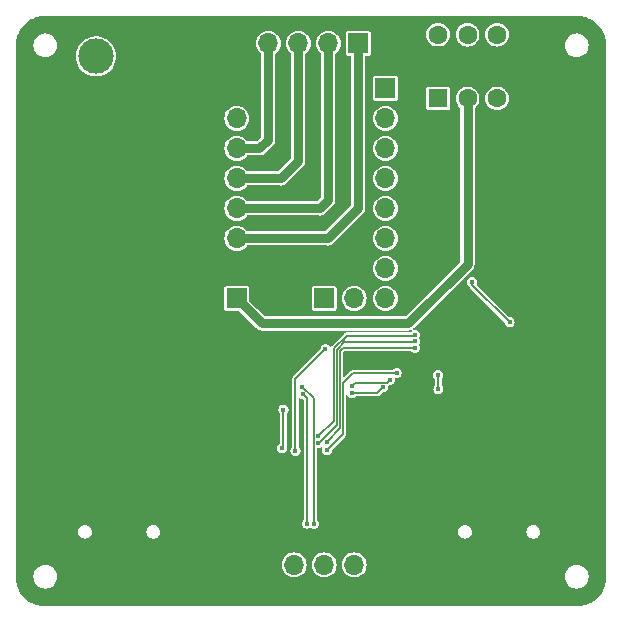
<source format=gbr>
%TF.GenerationSoftware,KiCad,Pcbnew,7.0.5*%
%TF.CreationDate,2023-08-28T18:13:49+08:00*%
%TF.ProjectId,TMC2209_TestBoard,544d4332-3230-4395-9f54-657374426f61,rev?*%
%TF.SameCoordinates,Original*%
%TF.FileFunction,Copper,L2,Bot*%
%TF.FilePolarity,Positive*%
%FSLAX46Y46*%
G04 Gerber Fmt 4.6, Leading zero omitted, Abs format (unit mm)*
G04 Created by KiCad (PCBNEW 7.0.5) date 2023-08-28 18:13:49*
%MOMM*%
%LPD*%
G01*
G04 APERTURE LIST*
%TA.AperFunction,ComponentPad*%
%ADD10R,1.600000X1.600000*%
%TD*%
%TA.AperFunction,ComponentPad*%
%ADD11C,1.600000*%
%TD*%
%TA.AperFunction,ComponentPad*%
%ADD12O,1.000000X2.100000*%
%TD*%
%TA.AperFunction,ComponentPad*%
%ADD13O,1.000000X1.800000*%
%TD*%
%TA.AperFunction,ComponentPad*%
%ADD14R,1.700000X1.700000*%
%TD*%
%TA.AperFunction,ComponentPad*%
%ADD15O,1.700000X1.700000*%
%TD*%
%TA.AperFunction,ComponentPad*%
%ADD16R,3.000000X3.000000*%
%TD*%
%TA.AperFunction,ComponentPad*%
%ADD17C,3.000000*%
%TD*%
%TA.AperFunction,ViaPad*%
%ADD18C,0.450000*%
%TD*%
%TA.AperFunction,Conductor*%
%ADD19C,0.800000*%
%TD*%
%TA.AperFunction,Conductor*%
%ADD20C,0.150000*%
%TD*%
G04 APERTURE END LIST*
D10*
%TO.P,SW1,1,1*%
%TO.N,Net-(D3-K)*%
X111596500Y-46449000D03*
D11*
%TO.P,SW1,2,2*%
%TO.N,VCC*%
X114096500Y-46449000D03*
%TO.P,SW1,3,3*%
X116596500Y-46449000D03*
%TO.P,SW1,4,4*%
%TO.N,unconnected-(SW1-Pad4)*%
X111596500Y-41049000D03*
%TO.P,SW1,5,5*%
%TO.N,unconnected-(SW1-Pad5)*%
X114096500Y-41049000D03*
%TO.P,SW1,6,6*%
%TO.N,unconnected-(SW1-Pad6)*%
X116596500Y-41049000D03*
%TD*%
D12*
%TO.P,J6,S1,SHIELD*%
%TO.N,GND*%
X80280000Y-82645000D03*
D13*
X80280000Y-86825000D03*
D12*
X88920000Y-82645000D03*
D13*
X88920000Y-86825000D03*
%TD*%
D14*
%TO.P,J4,1,Pin_1*%
%TO.N,GND*%
X96885000Y-85940000D03*
D15*
%TO.P,J4,2,Pin_2*%
%TO.N,+5V*%
X99425000Y-85940000D03*
%TO.P,J4,3,Pin_3*%
%TO.N,/OLED_SCL*%
X101965000Y-85940000D03*
%TO.P,J4,4,Pin_4*%
%TO.N,/OLED_SDA*%
X104505000Y-85940000D03*
%TD*%
D14*
%TO.P,J8,1,Pin_1*%
%TO.N,/OA2*%
X104850000Y-41790000D03*
D15*
%TO.P,J8,2,Pin_2*%
%TO.N,/OA1*%
X102310000Y-41790000D03*
%TO.P,J8,3,Pin_3*%
%TO.N,/OB1*%
X99770000Y-41790000D03*
%TO.P,J8,4,Pin_4*%
%TO.N,/OB2*%
X97230000Y-41790000D03*
%TD*%
D14*
%TO.P,J3,1,Pin_1*%
%TO.N,unconnected-(J3-Pin_1-Pad1)*%
X101960000Y-63380000D03*
D15*
%TO.P,J3,2,Pin_2*%
%TO.N,/Driver_Diag*%
X104500000Y-63380000D03*
%TD*%
D12*
%TO.P,J5,S1,SHIELD*%
%TO.N,GND*%
X112450000Y-82645000D03*
D13*
X112450000Y-86825000D03*
D12*
X121090000Y-82645000D03*
D13*
X121090000Y-86825000D03*
%TD*%
D14*
%TO.P,J1,1,Pin_1*%
%TO.N,VCC*%
X94555000Y-63380000D03*
D15*
%TO.P,J1,2,Pin_2*%
%TO.N,GND*%
X94555000Y-60840000D03*
%TO.P,J1,3,Pin_3*%
%TO.N,/OA2*%
X94555000Y-58300000D03*
%TO.P,J1,4,Pin_4*%
%TO.N,/OA1*%
X94555000Y-55760000D03*
%TO.P,J1,5,Pin_5*%
%TO.N,/OB1*%
X94555000Y-53220000D03*
%TO.P,J1,6,Pin_6*%
%TO.N,/OB2*%
X94555000Y-50680000D03*
%TO.P,J1,7,Pin_7*%
%TO.N,unconnected-(J1-Pin_7-Pad7)*%
X94555000Y-48140000D03*
%TO.P,J1,8,Pin_8*%
%TO.N,GND*%
X94555000Y-45600000D03*
%TD*%
D14*
%TO.P,J2,1,Pin_1*%
%TO.N,/Driver_DIR*%
X107145000Y-45600000D03*
D15*
%TO.P,J2,2,Pin_2*%
%TO.N,/Driver_STP*%
X107145000Y-48140000D03*
%TO.P,J2,3,Pin_3*%
%TO.N,unconnected-(J2-Pin_3-Pad3)*%
X107145000Y-50680000D03*
%TO.P,J2,4,Pin_4*%
%TO.N,/USART2_TX*%
X107145000Y-53220000D03*
%TO.P,J2,5,Pin_5*%
%TO.N,unconnected-(J2-Pin_5-Pad5)*%
X107145000Y-55760000D03*
%TO.P,J2,6,Pin_6*%
%TO.N,unconnected-(J2-Pin_6-Pad6)*%
X107145000Y-58300000D03*
%TO.P,J2,7,Pin_7*%
%TO.N,unconnected-(J2-Pin_7-Pad7)*%
X107145000Y-60840000D03*
%TO.P,J2,8,Pin_8*%
%TO.N,/Driver_EN*%
X107145000Y-63380000D03*
%TD*%
D16*
%TO.P,J7,1,Pin_1*%
%TO.N,GND*%
X87640000Y-42880000D03*
D17*
%TO.P,J7,2,Pin_2*%
%TO.N,Net-(D3-K)*%
X82640000Y-42880000D03*
%TD*%
D18*
%TO.N,+3.3V*%
X98400000Y-76050000D03*
X111630000Y-71069500D03*
X111620000Y-69870000D03*
X98510000Y-72790500D03*
%TO.N,+5V*%
X117650000Y-65400000D03*
X114500000Y-61990000D03*
%TO.N,/LED*%
X102170000Y-76230000D03*
X108094266Y-69684266D03*
%TO.N,/Driver_Diag*%
X99530000Y-76280000D03*
X102070000Y-67670000D03*
%TO.N,/OLED_SCL*%
X101070000Y-82460000D03*
X100122079Y-70907099D03*
%TO.N,/OLED_SDA*%
X100490000Y-82440000D03*
X100130000Y-71480000D03*
%TO.N,/KEY_1*%
X101469500Y-75070000D03*
X109630000Y-66470000D03*
%TO.N,/KEY_2*%
X109651963Y-67019064D03*
X101469500Y-75620000D03*
%TO.N,/KEY_3*%
X109638009Y-67568390D03*
X102170083Y-75500083D03*
%TO.N,/USART1_TX*%
X104290000Y-70820000D03*
X107507673Y-70270860D03*
%TO.N,/USART1_RX*%
X106960000Y-70910000D03*
X104300000Y-71410000D03*
%TD*%
D19*
%TO.N,VCC*%
X96675000Y-65500000D02*
X94555000Y-63380000D01*
X109090000Y-65500000D02*
X96675000Y-65500000D01*
X114096500Y-60493500D02*
X109090000Y-65500000D01*
X114096500Y-46449000D02*
X114096500Y-60493500D01*
D20*
%TO.N,+3.3V*%
X98510000Y-72790500D02*
X98510000Y-75940000D01*
X98510000Y-75940000D02*
X98400000Y-76050000D01*
X111630000Y-69880000D02*
X111620000Y-69870000D01*
X111630000Y-71069500D02*
X111630000Y-69880000D01*
%TO.N,+5V*%
X114500000Y-62250000D02*
X114500000Y-61990000D01*
X117650000Y-65400000D02*
X114500000Y-62250000D01*
%TO.N,/LED*%
X108094266Y-69684266D02*
X104385734Y-69684266D01*
X103540000Y-74860000D02*
X102170000Y-76230000D01*
X104385734Y-69684266D02*
X103540000Y-70530000D01*
X103540000Y-70530000D02*
X103540000Y-70630000D01*
X103540000Y-70630000D02*
X103540000Y-74860000D01*
D19*
%TO.N,/OA2*%
X102260000Y-58300000D02*
X94555000Y-58300000D01*
X104850000Y-55710000D02*
X102260000Y-58300000D01*
X104850000Y-41790000D02*
X104850000Y-55710000D01*
%TO.N,/OA1*%
X102310000Y-55040000D02*
X101590000Y-55760000D01*
X101590000Y-55760000D02*
X94555000Y-55760000D01*
X102310000Y-41790000D02*
X102310000Y-55040000D01*
%TO.N,/OB1*%
X99770000Y-51730000D02*
X98280000Y-53220000D01*
X99770000Y-41790000D02*
X99770000Y-51730000D01*
X98280000Y-53220000D02*
X94555000Y-53220000D01*
%TO.N,/OB2*%
X97230000Y-41790000D02*
X97230000Y-49930000D01*
X97230000Y-49930000D02*
X96480000Y-50680000D01*
X96480000Y-50680000D02*
X94555000Y-50680000D01*
D20*
%TO.N,/Driver_Diag*%
X102070000Y-67670000D02*
X99530000Y-70210000D01*
X99530000Y-70210000D02*
X99530000Y-76280000D01*
%TO.N,/OLED_SCL*%
X101070000Y-82460000D02*
X101070000Y-71855020D01*
X101070000Y-71855020D02*
X100122079Y-70907099D01*
%TO.N,/OLED_SDA*%
X100490000Y-82440000D02*
X100490000Y-71840000D01*
X100490000Y-71840000D02*
X100130000Y-71480000D01*
%TO.N,/KEY_1*%
X102790000Y-67620000D02*
X102790000Y-73749500D01*
X109630000Y-66470000D02*
X109570000Y-66530000D01*
X103880000Y-66530000D02*
X102790000Y-67620000D01*
X109570000Y-66530000D02*
X103880000Y-66530000D01*
X102790000Y-73749500D02*
X101469500Y-75070000D01*
%TO.N,/KEY_2*%
X101485186Y-75620000D02*
X103040000Y-74065186D01*
X103750000Y-67030000D02*
X109570000Y-67030000D01*
X109570000Y-67030000D02*
X109640000Y-66960000D01*
X101469500Y-75620000D02*
X101485186Y-75620000D01*
X103040000Y-74065186D02*
X103040000Y-67723554D01*
X103040000Y-67723554D02*
X103741777Y-67021777D01*
X103741777Y-67021777D02*
X103750000Y-67030000D01*
%TO.N,/KEY_3*%
X103290000Y-67827108D02*
X103547108Y-67570000D01*
X103547108Y-67570000D02*
X104570000Y-67570000D01*
X102170083Y-75500083D02*
X103290000Y-74380166D01*
X104570000Y-67570000D02*
X104571610Y-67568390D01*
X103290000Y-74380166D02*
X103290000Y-67827108D01*
X104571610Y-67568390D02*
X109638009Y-67568390D01*
%TO.N,/USART1_TX*%
X104600000Y-70510000D02*
X107268533Y-70510000D01*
X107268533Y-70510000D02*
X107507673Y-70270860D01*
X104290000Y-70820000D02*
X104600000Y-70510000D01*
%TO.N,/USART1_RX*%
X106460000Y-71410000D02*
X104300000Y-71410000D01*
X106960000Y-70910000D02*
X106460000Y-71410000D01*
%TD*%
%TA.AperFunction,Conductor*%
%TO.N,GND*%
G36*
X123340732Y-39450545D02*
G01*
X123390421Y-39453549D01*
X123438963Y-39456486D01*
X123648575Y-39470225D01*
X123651348Y-39470569D01*
X123789259Y-39495842D01*
X123957616Y-39529330D01*
X123960066Y-39529954D01*
X124100900Y-39573839D01*
X124101420Y-39574009D01*
X124256739Y-39626733D01*
X124258914Y-39627589D01*
X124396163Y-39689360D01*
X124396807Y-39689664D01*
X124541296Y-39760918D01*
X124543109Y-39761910D01*
X124673136Y-39840514D01*
X124674039Y-39841089D01*
X124806764Y-39929774D01*
X124808260Y-39930857D01*
X124928386Y-40024970D01*
X124929404Y-40025813D01*
X125037015Y-40120185D01*
X125048998Y-40130694D01*
X125050168Y-40131790D01*
X125158208Y-40239830D01*
X125159304Y-40241000D01*
X125264180Y-40360588D01*
X125265037Y-40361622D01*
X125359139Y-40481735D01*
X125360224Y-40483234D01*
X125448909Y-40615959D01*
X125449499Y-40616886D01*
X125528077Y-40746870D01*
X125529084Y-40748709D01*
X125600304Y-40893127D01*
X125600661Y-40893885D01*
X125613264Y-40921887D01*
X125662406Y-41031078D01*
X125663265Y-41033259D01*
X125715989Y-41188578D01*
X125716180Y-41189165D01*
X125760037Y-41329905D01*
X125760674Y-41332410D01*
X125794171Y-41500811D01*
X125819426Y-41638625D01*
X125819775Y-41641442D01*
X125833500Y-41850854D01*
X125833408Y-41850859D01*
X125833517Y-41851100D01*
X125839455Y-41949267D01*
X125839500Y-41950747D01*
X125839500Y-86949252D01*
X125839455Y-86950732D01*
X125833510Y-87048997D01*
X125819775Y-87258557D01*
X125819426Y-87261373D01*
X125794164Y-87399226D01*
X125760676Y-87567582D01*
X125760037Y-87570093D01*
X125716180Y-87710833D01*
X125715989Y-87711420D01*
X125663265Y-87866739D01*
X125662406Y-87868920D01*
X125600672Y-88006090D01*
X125600304Y-88006871D01*
X125529084Y-88151289D01*
X125528077Y-88153128D01*
X125449505Y-88283102D01*
X125448909Y-88284039D01*
X125360224Y-88416764D01*
X125359139Y-88418263D01*
X125265037Y-88538376D01*
X125264171Y-88539421D01*
X125159304Y-88658998D01*
X125158208Y-88660168D01*
X125050168Y-88768208D01*
X125048998Y-88769304D01*
X124929421Y-88874171D01*
X124928376Y-88875037D01*
X124808263Y-88969139D01*
X124806764Y-88970224D01*
X124674039Y-89058909D01*
X124673102Y-89059505D01*
X124543128Y-89138077D01*
X124541289Y-89139084D01*
X124396871Y-89210304D01*
X124396090Y-89210672D01*
X124258920Y-89272406D01*
X124256739Y-89273265D01*
X124101420Y-89325989D01*
X124100833Y-89326180D01*
X123960093Y-89370037D01*
X123957580Y-89370676D01*
X123789211Y-89404166D01*
X123651373Y-89429426D01*
X123648557Y-89429775D01*
X123438997Y-89443510D01*
X123340732Y-89449455D01*
X123339252Y-89449500D01*
X78340748Y-89449500D01*
X78339268Y-89449455D01*
X78241001Y-89443510D01*
X78031441Y-89429775D01*
X78028625Y-89429426D01*
X77944649Y-89414037D01*
X77890799Y-89404168D01*
X77722410Y-89370674D01*
X77719905Y-89370037D01*
X77579165Y-89326180D01*
X77578578Y-89325989D01*
X77423259Y-89273265D01*
X77421078Y-89272406D01*
X77336089Y-89234156D01*
X77283885Y-89210661D01*
X77283144Y-89210312D01*
X77227288Y-89182767D01*
X77138709Y-89139084D01*
X77136870Y-89138077D01*
X77006896Y-89059505D01*
X77005959Y-89058909D01*
X76873234Y-88970224D01*
X76871735Y-88969139D01*
X76751622Y-88875037D01*
X76750588Y-88874180D01*
X76631000Y-88769304D01*
X76629830Y-88768208D01*
X76521790Y-88660168D01*
X76520694Y-88658998D01*
X76518841Y-88656885D01*
X76415813Y-88539404D01*
X76414961Y-88538376D01*
X76320859Y-88418263D01*
X76319774Y-88416764D01*
X76231089Y-88284039D01*
X76230514Y-88283136D01*
X76151910Y-88153109D01*
X76150914Y-88151289D01*
X76079664Y-88006807D01*
X76079360Y-88006163D01*
X76017589Y-87868914D01*
X76016733Y-87866739D01*
X75972613Y-87736765D01*
X75964005Y-87711408D01*
X75963840Y-87710901D01*
X75919954Y-87570066D01*
X75919330Y-87567616D01*
X75885842Y-87399259D01*
X75860569Y-87261348D01*
X75860225Y-87258575D01*
X75846486Y-87048963D01*
X75843257Y-86995583D01*
X75840545Y-86950732D01*
X75840523Y-86950000D01*
X77334659Y-86950000D01*
X77353976Y-87146132D01*
X77353976Y-87146133D01*
X77411185Y-87334726D01*
X77504092Y-87508541D01*
X77504094Y-87508544D01*
X77536615Y-87548170D01*
X77577564Y-87598066D01*
X77577580Y-87598118D01*
X77577811Y-87598367D01*
X77629116Y-87660882D01*
X77629119Y-87660885D01*
X77721165Y-87736426D01*
X77721346Y-87736765D01*
X77723192Y-87738090D01*
X77781449Y-87785901D01*
X77781458Y-87785907D01*
X77781462Y-87785910D01*
X77889354Y-87843579D01*
X77889857Y-87844193D01*
X77890390Y-87844390D01*
X77893430Y-87845758D01*
X77955273Y-87878814D01*
X78143868Y-87936024D01*
X78320682Y-87953438D01*
X78339999Y-87955341D01*
X78339999Y-87955340D01*
X78340000Y-87955341D01*
X78536132Y-87936024D01*
X78724727Y-87878814D01*
X78898538Y-87785910D01*
X79050883Y-87660883D01*
X79175910Y-87508538D01*
X79268814Y-87334727D01*
X79326024Y-87146132D01*
X79345341Y-86950000D01*
X79345267Y-86949253D01*
X79341917Y-86915232D01*
X79326024Y-86753868D01*
X79268814Y-86565273D01*
X79175910Y-86391462D01*
X79175907Y-86391458D01*
X79175905Y-86391455D01*
X79102180Y-86301622D01*
X79050883Y-86239117D01*
X78958832Y-86163572D01*
X78898544Y-86114094D01*
X78898541Y-86114092D01*
X78898539Y-86114091D01*
X78898538Y-86114090D01*
X78818592Y-86071358D01*
X78724726Y-86021185D01*
X78536132Y-85963976D01*
X78340000Y-85944659D01*
X78143867Y-85963976D01*
X78143866Y-85963976D01*
X77955271Y-86021186D01*
X77893445Y-86054233D01*
X77890403Y-86055602D01*
X77889916Y-86055782D01*
X77889356Y-86056419D01*
X77781458Y-86114092D01*
X77781456Y-86114094D01*
X77723195Y-86161908D01*
X77721373Y-86163214D01*
X77721167Y-86163572D01*
X77629117Y-86239117D01*
X77577819Y-86301622D01*
X77577582Y-86301876D01*
X77577564Y-86301932D01*
X77504098Y-86391449D01*
X77504092Y-86391458D01*
X77411185Y-86565273D01*
X77353976Y-86753866D01*
X77353976Y-86753867D01*
X77334659Y-86949999D01*
X77334659Y-86950000D01*
X75840523Y-86950000D01*
X75840500Y-86949253D01*
X75840500Y-85940000D01*
X98369417Y-85940000D01*
X98389700Y-86145934D01*
X98389700Y-86145935D01*
X98394942Y-86163214D01*
X98449768Y-86343954D01*
X98547315Y-86526450D01*
X98678590Y-86686410D01*
X98838550Y-86817685D01*
X99021046Y-86915232D01*
X99219066Y-86975300D01*
X99425000Y-86995583D01*
X99630934Y-86975300D01*
X99828954Y-86915232D01*
X100011450Y-86817685D01*
X100171410Y-86686410D01*
X100302685Y-86526450D01*
X100400232Y-86343954D01*
X100460300Y-86145934D01*
X100480583Y-85940000D01*
X100909417Y-85940000D01*
X100929700Y-86145934D01*
X100929700Y-86145935D01*
X100934942Y-86163214D01*
X100989768Y-86343954D01*
X101087315Y-86526450D01*
X101218590Y-86686410D01*
X101378550Y-86817685D01*
X101561046Y-86915232D01*
X101759066Y-86975300D01*
X101944715Y-86993585D01*
X101964999Y-86995583D01*
X101964999Y-86995582D01*
X101965000Y-86995583D01*
X102170934Y-86975300D01*
X102368954Y-86915232D01*
X102551450Y-86817685D01*
X102711410Y-86686410D01*
X102842685Y-86526450D01*
X102940232Y-86343954D01*
X103000300Y-86145934D01*
X103020583Y-85940000D01*
X103449417Y-85940000D01*
X103469700Y-86145934D01*
X103469700Y-86145935D01*
X103474942Y-86163214D01*
X103529768Y-86343954D01*
X103627315Y-86526450D01*
X103758590Y-86686410D01*
X103918550Y-86817685D01*
X104101046Y-86915232D01*
X104299066Y-86975300D01*
X104484715Y-86993585D01*
X104504999Y-86995583D01*
X104504999Y-86995582D01*
X104505000Y-86995583D01*
X104710934Y-86975300D01*
X104794338Y-86950000D01*
X122334659Y-86950000D01*
X122353976Y-87146132D01*
X122353976Y-87146133D01*
X122411185Y-87334726D01*
X122504092Y-87508541D01*
X122504094Y-87508544D01*
X122536615Y-87548170D01*
X122577564Y-87598066D01*
X122577580Y-87598118D01*
X122577811Y-87598367D01*
X122629116Y-87660882D01*
X122629119Y-87660885D01*
X122721165Y-87736426D01*
X122721346Y-87736765D01*
X122723192Y-87738090D01*
X122781449Y-87785901D01*
X122781458Y-87785907D01*
X122781462Y-87785910D01*
X122889354Y-87843579D01*
X122889857Y-87844193D01*
X122890390Y-87844390D01*
X122893430Y-87845758D01*
X122955273Y-87878814D01*
X123143868Y-87936024D01*
X123340000Y-87955341D01*
X123536132Y-87936024D01*
X123724727Y-87878814D01*
X123898538Y-87785910D01*
X124050883Y-87660883D01*
X124175910Y-87508538D01*
X124268814Y-87334727D01*
X124326024Y-87146132D01*
X124345341Y-86950000D01*
X124345267Y-86949253D01*
X124341917Y-86915232D01*
X124326024Y-86753868D01*
X124268814Y-86565273D01*
X124175910Y-86391462D01*
X124175907Y-86391458D01*
X124175905Y-86391455D01*
X124102180Y-86301622D01*
X124050883Y-86239117D01*
X123958832Y-86163572D01*
X123898544Y-86114094D01*
X123898541Y-86114092D01*
X123898539Y-86114091D01*
X123898538Y-86114090D01*
X123818592Y-86071358D01*
X123724726Y-86021185D01*
X123536132Y-85963976D01*
X123340000Y-85944659D01*
X123143867Y-85963976D01*
X123143866Y-85963976D01*
X122955271Y-86021186D01*
X122893445Y-86054233D01*
X122890403Y-86055602D01*
X122889916Y-86055782D01*
X122889356Y-86056419D01*
X122781458Y-86114092D01*
X122781456Y-86114094D01*
X122723195Y-86161908D01*
X122721373Y-86163214D01*
X122721167Y-86163572D01*
X122629117Y-86239117D01*
X122577819Y-86301622D01*
X122577582Y-86301876D01*
X122577564Y-86301932D01*
X122504098Y-86391449D01*
X122504092Y-86391458D01*
X122411185Y-86565273D01*
X122353976Y-86753866D01*
X122353976Y-86753867D01*
X122334659Y-86949999D01*
X122334659Y-86950000D01*
X104794338Y-86950000D01*
X104908954Y-86915232D01*
X105091450Y-86817685D01*
X105251410Y-86686410D01*
X105382685Y-86526450D01*
X105480232Y-86343954D01*
X105540300Y-86145934D01*
X105560583Y-85940000D01*
X105540300Y-85734066D01*
X105480232Y-85536046D01*
X105382685Y-85353550D01*
X105251410Y-85193590D01*
X105091450Y-85062315D01*
X104908954Y-84964768D01*
X104710934Y-84904700D01*
X104505000Y-84884417D01*
X104299065Y-84904700D01*
X104299064Y-84904700D01*
X104101043Y-84964769D01*
X103918548Y-85062316D01*
X103758590Y-85193590D01*
X103627316Y-85353548D01*
X103529769Y-85536043D01*
X103469700Y-85734064D01*
X103469700Y-85734065D01*
X103449417Y-85939999D01*
X103449417Y-85940000D01*
X103020583Y-85940000D01*
X103000300Y-85734066D01*
X102940232Y-85536046D01*
X102842685Y-85353550D01*
X102711410Y-85193590D01*
X102551450Y-85062315D01*
X102368954Y-84964768D01*
X102170934Y-84904700D01*
X101965000Y-84884417D01*
X101759065Y-84904700D01*
X101759064Y-84904700D01*
X101561043Y-84964769D01*
X101378548Y-85062316D01*
X101218590Y-85193590D01*
X101087316Y-85353548D01*
X100989769Y-85536043D01*
X100929700Y-85734064D01*
X100929700Y-85734065D01*
X100909417Y-85939999D01*
X100909417Y-85940000D01*
X100480583Y-85940000D01*
X100460300Y-85734066D01*
X100400232Y-85536046D01*
X100302685Y-85353550D01*
X100171410Y-85193590D01*
X100011450Y-85062315D01*
X99828954Y-84964768D01*
X99630934Y-84904700D01*
X99425000Y-84884417D01*
X99219065Y-84904700D01*
X99219064Y-84904700D01*
X99021043Y-84964769D01*
X98838548Y-85062316D01*
X98678590Y-85193590D01*
X98547316Y-85353548D01*
X98449769Y-85536043D01*
X98389700Y-85734064D01*
X98389700Y-85734065D01*
X98369417Y-85939999D01*
X98369417Y-85940000D01*
X75840500Y-85940000D01*
X75840500Y-83144999D01*
X81129534Y-83144999D01*
X81149312Y-83295235D01*
X81207299Y-83435228D01*
X81207302Y-83435233D01*
X81299549Y-83555451D01*
X81419767Y-83647698D01*
X81419769Y-83647698D01*
X81419771Y-83647700D01*
X81559764Y-83705686D01*
X81559764Y-83705687D01*
X81672280Y-83720500D01*
X81672284Y-83720500D01*
X81747716Y-83720500D01*
X81747720Y-83720500D01*
X81860236Y-83705687D01*
X82000233Y-83647698D01*
X82120451Y-83555451D01*
X82212698Y-83435233D01*
X82270687Y-83295236D01*
X82290466Y-83145000D01*
X82290466Y-83144999D01*
X86909534Y-83144999D01*
X86929312Y-83295235D01*
X86987299Y-83435228D01*
X86987302Y-83435233D01*
X87079549Y-83555451D01*
X87199767Y-83647698D01*
X87199769Y-83647698D01*
X87199771Y-83647700D01*
X87339764Y-83705687D01*
X87452280Y-83720500D01*
X87452284Y-83720500D01*
X87527716Y-83720500D01*
X87527720Y-83720500D01*
X87640236Y-83705687D01*
X87780233Y-83647698D01*
X87900451Y-83555451D01*
X87992698Y-83435233D01*
X88050687Y-83295236D01*
X88070466Y-83145000D01*
X113299534Y-83145000D01*
X113319312Y-83295235D01*
X113377299Y-83435228D01*
X113377302Y-83435233D01*
X113469549Y-83555451D01*
X113589767Y-83647698D01*
X113589769Y-83647698D01*
X113589771Y-83647700D01*
X113729764Y-83705686D01*
X113729764Y-83705687D01*
X113842280Y-83720500D01*
X113842284Y-83720500D01*
X113917716Y-83720500D01*
X113917720Y-83720500D01*
X114030236Y-83705687D01*
X114170233Y-83647698D01*
X114290451Y-83555451D01*
X114382698Y-83435233D01*
X114440687Y-83295236D01*
X114460466Y-83145000D01*
X119079534Y-83145000D01*
X119099312Y-83295235D01*
X119157299Y-83435228D01*
X119157302Y-83435233D01*
X119249549Y-83555451D01*
X119369767Y-83647698D01*
X119369769Y-83647698D01*
X119369771Y-83647700D01*
X119509763Y-83705686D01*
X119509764Y-83705687D01*
X119622280Y-83720500D01*
X119622284Y-83720500D01*
X119697716Y-83720500D01*
X119697720Y-83720500D01*
X119810236Y-83705687D01*
X119950233Y-83647698D01*
X120070451Y-83555451D01*
X120162698Y-83435233D01*
X120220687Y-83295236D01*
X120240466Y-83145000D01*
X120220687Y-82994764D01*
X120169341Y-82870804D01*
X120162700Y-82854771D01*
X120162697Y-82854766D01*
X120158824Y-82849719D01*
X120070451Y-82734549D01*
X119950233Y-82642302D01*
X119950228Y-82642299D01*
X119810235Y-82584312D01*
X119725262Y-82573126D01*
X119697720Y-82569500D01*
X119622280Y-82569500D01*
X119594738Y-82573126D01*
X119509764Y-82584312D01*
X119369771Y-82642299D01*
X119369766Y-82642302D01*
X119249549Y-82734548D01*
X119249548Y-82734549D01*
X119157302Y-82854766D01*
X119157299Y-82854771D01*
X119099312Y-82994764D01*
X119079534Y-83145000D01*
X114460466Y-83145000D01*
X114440687Y-82994764D01*
X114389341Y-82870804D01*
X114382700Y-82854771D01*
X114382697Y-82854766D01*
X114378824Y-82849719D01*
X114290451Y-82734549D01*
X114170233Y-82642302D01*
X114170228Y-82642299D01*
X114030235Y-82584312D01*
X113945262Y-82573126D01*
X113917720Y-82569500D01*
X113842280Y-82569500D01*
X113814738Y-82573126D01*
X113729764Y-82584312D01*
X113589771Y-82642299D01*
X113589766Y-82642302D01*
X113469549Y-82734548D01*
X113469548Y-82734549D01*
X113377302Y-82854766D01*
X113377299Y-82854771D01*
X113319312Y-82994764D01*
X113299534Y-83145000D01*
X88070466Y-83145000D01*
X88050687Y-82994764D01*
X87999341Y-82870804D01*
X87992700Y-82854771D01*
X87992697Y-82854766D01*
X87988824Y-82849719D01*
X87900451Y-82734549D01*
X87780233Y-82642302D01*
X87780228Y-82642299D01*
X87640235Y-82584312D01*
X87555262Y-82573126D01*
X87527720Y-82569500D01*
X87452280Y-82569500D01*
X87424738Y-82573126D01*
X87339764Y-82584312D01*
X87199771Y-82642299D01*
X87199766Y-82642302D01*
X87079549Y-82734548D01*
X87079548Y-82734549D01*
X86987302Y-82854766D01*
X86987299Y-82854771D01*
X86929312Y-82994764D01*
X86909534Y-83144999D01*
X82290466Y-83144999D01*
X82270687Y-82994764D01*
X82219341Y-82870804D01*
X82212700Y-82854771D01*
X82212697Y-82854766D01*
X82208824Y-82849719D01*
X82120451Y-82734549D01*
X82000233Y-82642302D01*
X82000228Y-82642299D01*
X81860235Y-82584312D01*
X81775262Y-82573126D01*
X81747720Y-82569500D01*
X81672280Y-82569500D01*
X81644738Y-82573126D01*
X81559764Y-82584312D01*
X81419771Y-82642299D01*
X81419766Y-82642302D01*
X81299549Y-82734548D01*
X81299548Y-82734549D01*
X81207302Y-82854766D01*
X81207299Y-82854771D01*
X81149312Y-82994764D01*
X81129534Y-83144999D01*
X75840500Y-83144999D01*
X75840500Y-76050000D01*
X97969196Y-76050000D01*
X97990281Y-76183126D01*
X97990281Y-76183127D01*
X97990282Y-76183128D01*
X98051467Y-76303213D01*
X98051472Y-76303220D01*
X98146779Y-76398527D01*
X98146786Y-76398532D01*
X98226842Y-76439321D01*
X98266874Y-76459719D01*
X98400000Y-76480804D01*
X98533126Y-76459719D01*
X98624570Y-76413126D01*
X98653213Y-76398532D01*
X98653215Y-76398530D01*
X98653220Y-76398528D01*
X98748528Y-76303220D01*
X98809719Y-76183126D01*
X98830804Y-76050000D01*
X98809719Y-75916874D01*
X98800589Y-75898956D01*
X98790840Y-75879822D01*
X98785499Y-75857576D01*
X98785499Y-74601463D01*
X98785499Y-73137041D01*
X98799850Y-73102397D01*
X98858528Y-73043720D01*
X98919719Y-72923626D01*
X98940804Y-72790500D01*
X98919719Y-72657374D01*
X98899321Y-72617342D01*
X98858532Y-72537286D01*
X98858527Y-72537279D01*
X98763220Y-72441972D01*
X98763213Y-72441967D01*
X98643128Y-72380782D01*
X98643127Y-72380781D01*
X98643126Y-72380781D01*
X98510000Y-72359696D01*
X98376874Y-72380781D01*
X98376872Y-72380781D01*
X98376871Y-72380782D01*
X98256786Y-72441967D01*
X98256779Y-72441972D01*
X98161472Y-72537279D01*
X98161467Y-72537286D01*
X98100282Y-72657371D01*
X98100281Y-72657372D01*
X98100281Y-72657374D01*
X98079196Y-72790500D01*
X98100281Y-72923626D01*
X98100281Y-72923627D01*
X98100282Y-72923628D01*
X98161467Y-73043713D01*
X98161472Y-73043720D01*
X98220148Y-73102396D01*
X98234500Y-73137044D01*
X98234499Y-75626749D01*
X98220147Y-75661397D01*
X98207745Y-75670408D01*
X98146782Y-75701470D01*
X98146776Y-75701475D01*
X98051472Y-75796779D01*
X98051467Y-75796786D01*
X97990282Y-75916871D01*
X97990281Y-75916872D01*
X97990281Y-75916874D01*
X97969196Y-76050000D01*
X75840500Y-76050000D01*
X75840500Y-64249748D01*
X93504500Y-64249748D01*
X93516133Y-64308231D01*
X93533882Y-64334795D01*
X93560447Y-64374552D01*
X93587012Y-64392301D01*
X93626769Y-64418867D01*
X93685252Y-64430500D01*
X94735969Y-64430500D01*
X94770617Y-64444851D01*
X96221419Y-65895654D01*
X96223521Y-65898051D01*
X96246718Y-65928282D01*
X96372159Y-66024536D01*
X96372161Y-66024536D01*
X96372163Y-66024538D01*
X96518237Y-66085044D01*
X96518238Y-66085044D01*
X96675000Y-66105682D01*
X96701821Y-66102150D01*
X96712769Y-66100710D01*
X96715970Y-66100500D01*
X109049030Y-66100500D01*
X109052231Y-66100710D01*
X109064307Y-66102299D01*
X109090000Y-66105682D01*
X109246762Y-66085044D01*
X109303317Y-66061618D01*
X109340818Y-66061618D01*
X109367337Y-66088136D01*
X109367337Y-66125639D01*
X109356715Y-66141536D01*
X109281473Y-66216778D01*
X109281470Y-66216782D01*
X109275886Y-66227744D01*
X109247370Y-66252101D01*
X109232226Y-66254500D01*
X103911961Y-66254500D01*
X103902402Y-66253559D01*
X103880000Y-66249103D01*
X103856737Y-66253730D01*
X103856735Y-66253730D01*
X103852868Y-66254500D01*
X103852867Y-66254500D01*
X103823275Y-66260386D01*
X103772502Y-66270485D01*
X103730534Y-66298528D01*
X103705656Y-66315151D01*
X103705654Y-66315153D01*
X103681375Y-66331376D01*
X103681374Y-66331377D01*
X103668686Y-66350365D01*
X103662594Y-66357788D01*
X102617788Y-67402594D01*
X102610365Y-67408686D01*
X102591377Y-67421374D01*
X102591376Y-67421375D01*
X102576005Y-67444377D01*
X102576006Y-67444378D01*
X102562869Y-67464039D01*
X102541083Y-67496642D01*
X102509900Y-67517477D01*
X102473118Y-67510159D01*
X102456683Y-67491665D01*
X102418528Y-67416780D01*
X102323220Y-67321472D01*
X102323213Y-67321467D01*
X102203128Y-67260282D01*
X102203127Y-67260281D01*
X102203126Y-67260281D01*
X102070000Y-67239196D01*
X101936874Y-67260281D01*
X101936872Y-67260281D01*
X101936871Y-67260282D01*
X101816786Y-67321467D01*
X101816779Y-67321472D01*
X101721472Y-67416779D01*
X101721467Y-67416786D01*
X101660282Y-67536871D01*
X101660281Y-67536872D01*
X101660281Y-67536874D01*
X101647115Y-67620000D01*
X101639196Y-67670000D01*
X101639196Y-67670004D01*
X101640921Y-67680901D01*
X101632164Y-67717367D01*
X101627172Y-67723210D01*
X99357788Y-69992594D01*
X99350365Y-69998686D01*
X99331377Y-70011374D01*
X99331376Y-70011375D01*
X99316005Y-70034377D01*
X99316006Y-70034378D01*
X99300980Y-70056866D01*
X99273165Y-70098493D01*
X99267072Y-70105917D01*
X99266537Y-70106451D01*
X99267585Y-70117085D01*
X99249850Y-70206248D01*
X99249103Y-70210001D01*
X99253558Y-70232396D01*
X99254500Y-70241956D01*
X99254500Y-75933455D01*
X99240149Y-75968101D01*
X99191247Y-76017005D01*
X99181470Y-76026782D01*
X99181467Y-76026786D01*
X99120282Y-76146871D01*
X99120281Y-76146872D01*
X99120281Y-76146874D01*
X99099196Y-76280000D01*
X99120281Y-76413126D01*
X99120281Y-76413127D01*
X99120282Y-76413128D01*
X99181467Y-76533213D01*
X99181472Y-76533220D01*
X99276779Y-76628527D01*
X99276786Y-76628532D01*
X99340123Y-76660803D01*
X99396874Y-76689719D01*
X99530000Y-76710804D01*
X99663126Y-76689719D01*
X99746420Y-76647278D01*
X99783213Y-76628532D01*
X99783215Y-76628530D01*
X99783220Y-76628528D01*
X99878528Y-76533220D01*
X99939719Y-76413126D01*
X99960804Y-76280000D01*
X99939719Y-76146874D01*
X99892340Y-76053887D01*
X99878532Y-76026786D01*
X99878527Y-76026779D01*
X99819852Y-75968104D01*
X99805500Y-75933456D01*
X99805500Y-71872170D01*
X99819852Y-71837522D01*
X99854500Y-71823170D01*
X99876745Y-71828511D01*
X99928773Y-71855020D01*
X99996874Y-71889719D01*
X100130000Y-71910804D01*
X100140895Y-71909078D01*
X100177361Y-71917830D01*
X100183210Y-71922826D01*
X100200148Y-71939764D01*
X100214500Y-71974412D01*
X100214500Y-82093455D01*
X100200149Y-82128101D01*
X100141472Y-82186779D01*
X100141470Y-82186782D01*
X100141467Y-82186786D01*
X100080282Y-82306871D01*
X100080281Y-82306872D01*
X100080281Y-82306874D01*
X100059196Y-82440000D01*
X100080281Y-82573126D01*
X100080281Y-82573127D01*
X100080282Y-82573128D01*
X100141467Y-82693213D01*
X100141472Y-82693220D01*
X100236779Y-82788527D01*
X100236786Y-82788532D01*
X100316842Y-82829322D01*
X100356874Y-82849719D01*
X100490000Y-82870804D01*
X100623126Y-82849719D01*
X100677677Y-82821923D01*
X100746657Y-82786778D01*
X100747711Y-82788846D01*
X100776778Y-82781822D01*
X100803834Y-82795582D01*
X100816779Y-82808527D01*
X100816786Y-82808532D01*
X100896842Y-82849322D01*
X100936874Y-82869719D01*
X101070000Y-82890804D01*
X101203126Y-82869719D01*
X101286420Y-82827278D01*
X101323213Y-82808532D01*
X101323215Y-82808530D01*
X101323220Y-82808528D01*
X101418528Y-82713220D01*
X101479719Y-82593126D01*
X101500804Y-82460000D01*
X101479719Y-82326874D01*
X101459321Y-82286842D01*
X101418532Y-82206786D01*
X101418529Y-82206782D01*
X101418528Y-82206780D01*
X101359850Y-82148101D01*
X101345500Y-82113455D01*
X101345500Y-76088535D01*
X101359852Y-76053887D01*
X101394500Y-76039535D01*
X101402151Y-76040136D01*
X101469500Y-76050804D01*
X101602626Y-76029719D01*
X101657177Y-76001923D01*
X101726157Y-75966778D01*
X101726943Y-75968322D01*
X101757511Y-75960966D01*
X101789499Y-75980543D01*
X101798274Y-76017005D01*
X101793533Y-76031612D01*
X101760281Y-76096873D01*
X101760280Y-76096874D01*
X101760281Y-76096874D01*
X101739196Y-76230000D01*
X101760281Y-76363126D01*
X101760281Y-76363127D01*
X101760282Y-76363128D01*
X101821467Y-76483213D01*
X101821472Y-76483220D01*
X101916779Y-76578527D01*
X101916786Y-76578532D01*
X101996842Y-76619321D01*
X102036874Y-76639719D01*
X102170000Y-76660804D01*
X102303126Y-76639719D01*
X102386420Y-76597278D01*
X102423213Y-76578532D01*
X102423215Y-76578530D01*
X102423220Y-76578528D01*
X102518528Y-76483220D01*
X102530503Y-76459719D01*
X102537278Y-76446420D01*
X102579719Y-76363126D01*
X102600804Y-76230000D01*
X102599077Y-76219103D01*
X102607831Y-76182636D01*
X102612820Y-76176794D01*
X103712213Y-75077401D01*
X103719626Y-75071316D01*
X103738624Y-75058624D01*
X103799096Y-74968121D01*
X103799981Y-74966884D01*
X103804018Y-74961592D01*
X103804454Y-74960540D01*
X103802935Y-74950302D01*
X103820897Y-74860000D01*
X103816441Y-74837596D01*
X103815500Y-74828038D01*
X103815500Y-71600459D01*
X103829852Y-71565811D01*
X103864500Y-71551459D01*
X103899148Y-71565811D01*
X103908157Y-71578210D01*
X103919494Y-71600459D01*
X103951470Y-71663217D01*
X103951472Y-71663220D01*
X104046779Y-71758527D01*
X104046786Y-71758532D01*
X104126842Y-71799321D01*
X104166874Y-71819719D01*
X104300000Y-71840804D01*
X104433126Y-71819719D01*
X104516420Y-71777278D01*
X104553213Y-71758532D01*
X104553215Y-71758530D01*
X104553220Y-71758528D01*
X104611896Y-71699852D01*
X104646544Y-71685500D01*
X106428043Y-71685500D01*
X106437603Y-71686442D01*
X106459999Y-71690897D01*
X106460000Y-71690897D01*
X106487132Y-71685500D01*
X106487133Y-71685500D01*
X106567495Y-71669515D01*
X106621447Y-71633465D01*
X106635622Y-71623994D01*
X106635621Y-71623994D01*
X106640925Y-71620451D01*
X106640929Y-71620446D01*
X106658624Y-71608624D01*
X106671316Y-71589626D01*
X106677401Y-71582213D01*
X106906789Y-71352825D01*
X106941436Y-71338474D01*
X106949103Y-71339078D01*
X106959997Y-71340804D01*
X106959998Y-71340803D01*
X106960000Y-71340804D01*
X107093126Y-71319719D01*
X107204053Y-71263199D01*
X107213213Y-71258532D01*
X107213215Y-71258530D01*
X107213220Y-71258528D01*
X107308528Y-71163220D01*
X107311807Y-71156786D01*
X107348128Y-71085500D01*
X107369719Y-71043126D01*
X107390804Y-70910000D01*
X107374175Y-70805009D01*
X107382930Y-70768545D01*
X107395345Y-70756607D01*
X107423949Y-70737495D01*
X107444155Y-70723994D01*
X107444155Y-70723993D01*
X107449462Y-70720448D01*
X107449464Y-70720445D01*
X107467157Y-70708624D01*
X107467156Y-70708624D01*
X107467398Y-70708463D01*
X107502282Y-70700810D01*
X107507673Y-70701664D01*
X107640799Y-70680579D01*
X107724093Y-70638138D01*
X107760886Y-70619392D01*
X107760888Y-70619390D01*
X107760893Y-70619388D01*
X107856201Y-70524080D01*
X107917392Y-70403986D01*
X107938477Y-70270860D01*
X107919708Y-70152361D01*
X107928463Y-70115897D01*
X107960439Y-70096301D01*
X107975763Y-70096301D01*
X108094266Y-70115070D01*
X108227392Y-70093985D01*
X108316589Y-70048537D01*
X108347479Y-70032798D01*
X108347481Y-70032796D01*
X108347486Y-70032794D01*
X108442794Y-69937486D01*
X108477180Y-69870000D01*
X111189196Y-69870000D01*
X111210281Y-70003126D01*
X111210281Y-70003127D01*
X111210282Y-70003128D01*
X111271467Y-70123213D01*
X111271472Y-70123220D01*
X111340147Y-70191895D01*
X111354499Y-70226543D01*
X111354500Y-70722956D01*
X111340148Y-70757604D01*
X111281472Y-70816279D01*
X111281467Y-70816286D01*
X111220282Y-70936371D01*
X111220281Y-70936372D01*
X111220281Y-70936374D01*
X111199196Y-71069500D01*
X111220281Y-71202626D01*
X111220281Y-71202627D01*
X111220282Y-71202628D01*
X111281467Y-71322713D01*
X111281472Y-71322720D01*
X111376779Y-71418027D01*
X111376786Y-71418032D01*
X111456842Y-71458822D01*
X111496874Y-71479219D01*
X111630000Y-71500304D01*
X111763126Y-71479219D01*
X111846420Y-71436778D01*
X111883213Y-71418032D01*
X111883215Y-71418030D01*
X111883220Y-71418028D01*
X111978528Y-71322720D01*
X111980059Y-71319717D01*
X112019766Y-71241785D01*
X112039719Y-71202626D01*
X112060804Y-71069500D01*
X112039719Y-70936374D01*
X112019321Y-70896342D01*
X111978532Y-70816286D01*
X111978527Y-70816279D01*
X111919852Y-70757604D01*
X111905500Y-70722956D01*
X111905500Y-70206543D01*
X111919851Y-70171896D01*
X111968528Y-70123220D01*
X111972260Y-70115897D01*
X112002337Y-70056866D01*
X112029719Y-70003126D01*
X112050804Y-69870000D01*
X112029719Y-69736874D01*
X112002914Y-69684266D01*
X111968532Y-69616786D01*
X111968527Y-69616779D01*
X111873220Y-69521472D01*
X111873213Y-69521467D01*
X111753128Y-69460282D01*
X111753127Y-69460281D01*
X111753126Y-69460281D01*
X111620000Y-69439196D01*
X111486874Y-69460281D01*
X111486872Y-69460281D01*
X111486871Y-69460282D01*
X111366786Y-69521467D01*
X111366779Y-69521472D01*
X111271472Y-69616779D01*
X111271467Y-69616786D01*
X111210282Y-69736871D01*
X111210281Y-69736872D01*
X111210281Y-69736874D01*
X111189196Y-69870000D01*
X108477180Y-69870000D01*
X108503985Y-69817392D01*
X108525070Y-69684266D01*
X108503985Y-69551140D01*
X108470611Y-69485639D01*
X108442798Y-69431052D01*
X108442793Y-69431045D01*
X108347486Y-69335738D01*
X108347479Y-69335733D01*
X108227394Y-69274548D01*
X108227393Y-69274547D01*
X108227392Y-69274547D01*
X108094266Y-69253462D01*
X107961140Y-69274547D01*
X107961138Y-69274547D01*
X107961137Y-69274548D01*
X107841052Y-69335733D01*
X107841045Y-69335738D01*
X107782370Y-69394414D01*
X107747722Y-69408766D01*
X104417691Y-69408766D01*
X104408133Y-69407825D01*
X104397024Y-69405615D01*
X104385734Y-69403370D01*
X104385733Y-69403370D01*
X104360968Y-69408294D01*
X104360962Y-69408297D01*
X104358604Y-69408766D01*
X104358601Y-69408766D01*
X104278239Y-69424750D01*
X104278239Y-69424751D01*
X104187112Y-69485639D01*
X104187107Y-69485644D01*
X104174418Y-69504634D01*
X104168326Y-69512057D01*
X103649148Y-70031236D01*
X103614500Y-70045588D01*
X103579852Y-70031236D01*
X103565500Y-69996588D01*
X103565500Y-67961520D01*
X103579852Y-67926872D01*
X103646872Y-67859852D01*
X103681520Y-67845500D01*
X104538043Y-67845500D01*
X104547603Y-67846442D01*
X104569999Y-67850897D01*
X104570000Y-67850897D01*
X104597132Y-67845500D01*
X104597133Y-67845500D01*
X104600492Y-67844831D01*
X104610051Y-67843890D01*
X109291465Y-67843890D01*
X109326113Y-67858242D01*
X109384788Y-67916917D01*
X109384795Y-67916922D01*
X109464851Y-67957712D01*
X109504883Y-67978109D01*
X109638009Y-67999194D01*
X109771135Y-67978109D01*
X109854429Y-67935668D01*
X109891222Y-67916922D01*
X109891224Y-67916920D01*
X109891229Y-67916918D01*
X109986537Y-67821610D01*
X110047728Y-67701516D01*
X110068813Y-67568390D01*
X110047728Y-67435264D01*
X110031082Y-67402594D01*
X109992934Y-67327722D01*
X109989991Y-67290335D01*
X109998863Y-67275861D01*
X109998227Y-67275399D01*
X110000487Y-67272287D01*
X110000491Y-67272284D01*
X110006607Y-67260282D01*
X110019241Y-67235484D01*
X110061682Y-67152190D01*
X110082767Y-67019064D01*
X110061682Y-66885938D01*
X110041284Y-66845906D01*
X110000495Y-66765850D01*
X110000490Y-66765843D01*
X109996727Y-66762080D01*
X109982375Y-66727432D01*
X109987715Y-66705188D01*
X110039719Y-66603126D01*
X110060804Y-66470000D01*
X110039719Y-66336874D01*
X110005892Y-66270485D01*
X109978532Y-66216786D01*
X109978527Y-66216779D01*
X109883220Y-66121472D01*
X109883213Y-66121467D01*
X109763128Y-66060282D01*
X109763127Y-66060281D01*
X109763126Y-66060281D01*
X109630000Y-66039196D01*
X109629999Y-66039196D01*
X109497642Y-66060159D01*
X109461175Y-66051404D01*
X109441580Y-66019427D01*
X109450335Y-65982960D01*
X109460140Y-65972894D01*
X109518282Y-65928282D01*
X109541481Y-65898046D01*
X109543576Y-65895657D01*
X113449233Y-61990000D01*
X114069196Y-61990000D01*
X114090281Y-62123126D01*
X114090281Y-62123127D01*
X114090282Y-62123128D01*
X114151467Y-62243213D01*
X114151472Y-62243220D01*
X114223701Y-62315449D01*
X114237111Y-62340537D01*
X114240484Y-62357493D01*
X114301376Y-62448625D01*
X114320364Y-62461312D01*
X114327790Y-62467406D01*
X117207173Y-65346789D01*
X117221525Y-65381437D01*
X117220921Y-65389101D01*
X117219196Y-65400000D01*
X117240281Y-65533126D01*
X117240281Y-65533127D01*
X117240282Y-65533128D01*
X117301467Y-65653213D01*
X117301472Y-65653220D01*
X117396779Y-65748527D01*
X117396786Y-65748532D01*
X117476842Y-65789321D01*
X117516874Y-65809719D01*
X117650000Y-65830804D01*
X117783126Y-65809719D01*
X117866420Y-65767278D01*
X117903213Y-65748532D01*
X117903215Y-65748530D01*
X117903220Y-65748528D01*
X117998528Y-65653220D01*
X118059719Y-65533126D01*
X118080804Y-65400000D01*
X118059719Y-65266874D01*
X118039322Y-65226842D01*
X117998532Y-65146786D01*
X117998527Y-65146779D01*
X117903220Y-65051472D01*
X117903213Y-65051467D01*
X117783128Y-64990282D01*
X117783127Y-64990281D01*
X117783126Y-64990281D01*
X117650000Y-64969196D01*
X117649999Y-64969196D01*
X117639101Y-64970922D01*
X117602635Y-64962166D01*
X117596789Y-64957173D01*
X114885281Y-62245665D01*
X114870929Y-62211017D01*
X114876269Y-62188774D01*
X114909719Y-62123126D01*
X114930804Y-61990000D01*
X114909719Y-61856874D01*
X114888500Y-61815230D01*
X114848532Y-61736786D01*
X114848527Y-61736779D01*
X114753220Y-61641472D01*
X114753213Y-61641467D01*
X114633128Y-61580282D01*
X114633127Y-61580281D01*
X114633126Y-61580281D01*
X114500000Y-61559196D01*
X114366874Y-61580281D01*
X114366872Y-61580281D01*
X114366871Y-61580282D01*
X114246786Y-61641467D01*
X114246779Y-61641472D01*
X114151472Y-61736779D01*
X114151467Y-61736786D01*
X114090282Y-61856871D01*
X114090281Y-61856872D01*
X114090281Y-61856874D01*
X114069196Y-61990000D01*
X113449233Y-61990000D01*
X114492157Y-60947076D01*
X114494546Y-60944981D01*
X114524782Y-60921782D01*
X114621036Y-60796341D01*
X114681544Y-60650262D01*
X114685095Y-60623289D01*
X114702182Y-60493500D01*
X114699127Y-60470295D01*
X114697210Y-60455729D01*
X114697000Y-60452528D01*
X114697000Y-47273647D01*
X114711352Y-47238999D01*
X114714915Y-47235770D01*
X114801429Y-47164769D01*
X114807383Y-47159883D01*
X114932410Y-47007538D01*
X115025314Y-46833727D01*
X115082524Y-46645132D01*
X115101841Y-46449000D01*
X115591159Y-46449000D01*
X115610476Y-46645132D01*
X115610476Y-46645133D01*
X115667685Y-46833726D01*
X115760592Y-47007541D01*
X115760594Y-47007544D01*
X115823683Y-47084417D01*
X115885617Y-47159883D01*
X115972927Y-47231537D01*
X116037955Y-47284905D01*
X116037958Y-47284907D01*
X116037962Y-47284910D01*
X116211773Y-47377814D01*
X116400368Y-47435024D01*
X116577181Y-47452438D01*
X116596499Y-47454341D01*
X116596499Y-47454340D01*
X116596500Y-47454341D01*
X116792632Y-47435024D01*
X116981227Y-47377814D01*
X117155038Y-47284910D01*
X117307383Y-47159883D01*
X117432410Y-47007538D01*
X117525314Y-46833727D01*
X117582524Y-46645132D01*
X117601841Y-46449000D01*
X117582524Y-46252868D01*
X117525314Y-46064273D01*
X117432410Y-45890462D01*
X117432407Y-45890458D01*
X117432405Y-45890455D01*
X117379037Y-45825427D01*
X117307383Y-45738117D01*
X117235727Y-45679310D01*
X117155044Y-45613094D01*
X117155041Y-45613092D01*
X117155039Y-45613091D01*
X117155038Y-45613090D01*
X117075092Y-45570358D01*
X116981226Y-45520185D01*
X116792632Y-45462976D01*
X116596500Y-45443659D01*
X116400367Y-45462976D01*
X116400366Y-45462976D01*
X116211773Y-45520185D01*
X116037958Y-45613092D01*
X116037955Y-45613094D01*
X115885617Y-45738117D01*
X115760594Y-45890455D01*
X115760592Y-45890458D01*
X115667685Y-46064273D01*
X115610476Y-46252866D01*
X115610476Y-46252867D01*
X115591159Y-46448999D01*
X115591159Y-46449000D01*
X115101841Y-46449000D01*
X115082524Y-46252868D01*
X115025314Y-46064273D01*
X114932410Y-45890462D01*
X114932407Y-45890458D01*
X114932405Y-45890455D01*
X114879037Y-45825427D01*
X114807383Y-45738117D01*
X114735727Y-45679310D01*
X114655044Y-45613094D01*
X114655041Y-45613092D01*
X114655039Y-45613091D01*
X114655038Y-45613090D01*
X114575092Y-45570358D01*
X114481226Y-45520185D01*
X114292632Y-45462976D01*
X114096500Y-45443659D01*
X113900367Y-45462976D01*
X113900366Y-45462976D01*
X113711773Y-45520185D01*
X113537958Y-45613092D01*
X113537955Y-45613094D01*
X113385617Y-45738117D01*
X113260594Y-45890455D01*
X113260592Y-45890458D01*
X113167685Y-46064273D01*
X113110476Y-46252866D01*
X113110476Y-46252867D01*
X113091159Y-46448999D01*
X113091159Y-46449000D01*
X113110476Y-46645132D01*
X113110476Y-46645133D01*
X113167685Y-46833726D01*
X113260592Y-47007541D01*
X113260594Y-47007544D01*
X113323683Y-47084417D01*
X113385616Y-47159882D01*
X113385619Y-47159885D01*
X113478085Y-47235770D01*
X113495764Y-47268844D01*
X113496000Y-47273647D01*
X113496000Y-60224469D01*
X113481648Y-60259117D01*
X108855617Y-64885148D01*
X108820969Y-64899500D01*
X96944031Y-64899500D01*
X96909383Y-64885148D01*
X96273983Y-64249748D01*
X100909500Y-64249748D01*
X100921133Y-64308231D01*
X100938882Y-64334795D01*
X100965447Y-64374552D01*
X100992012Y-64392301D01*
X101031769Y-64418867D01*
X101090252Y-64430500D01*
X101090255Y-64430500D01*
X102829745Y-64430500D01*
X102829748Y-64430500D01*
X102888231Y-64418867D01*
X102954552Y-64374552D01*
X102998867Y-64308231D01*
X103010500Y-64249748D01*
X103010500Y-63380000D01*
X103444417Y-63380000D01*
X103464700Y-63585934D01*
X103524768Y-63783954D01*
X103622315Y-63966450D01*
X103753590Y-64126410D01*
X103913550Y-64257685D01*
X104096046Y-64355232D01*
X104294066Y-64415300D01*
X104500000Y-64435583D01*
X104705934Y-64415300D01*
X104903954Y-64355232D01*
X105086450Y-64257685D01*
X105246410Y-64126410D01*
X105377685Y-63966450D01*
X105475232Y-63783954D01*
X105535300Y-63585934D01*
X105555583Y-63380000D01*
X106089417Y-63380000D01*
X106109700Y-63585934D01*
X106169768Y-63783954D01*
X106267315Y-63966450D01*
X106398590Y-64126410D01*
X106558550Y-64257685D01*
X106741046Y-64355232D01*
X106939066Y-64415300D01*
X107145000Y-64435583D01*
X107350934Y-64415300D01*
X107548954Y-64355232D01*
X107731450Y-64257685D01*
X107891410Y-64126410D01*
X108022685Y-63966450D01*
X108120232Y-63783954D01*
X108180300Y-63585934D01*
X108200583Y-63380000D01*
X108180300Y-63174066D01*
X108120232Y-62976046D01*
X108022685Y-62793550D01*
X107891410Y-62633590D01*
X107731450Y-62502315D01*
X107548954Y-62404768D01*
X107350934Y-62344700D01*
X107145000Y-62324417D01*
X106939065Y-62344700D01*
X106939064Y-62344700D01*
X106741043Y-62404769D01*
X106558548Y-62502316D01*
X106398590Y-62633590D01*
X106267316Y-62793548D01*
X106169769Y-62976043D01*
X106109700Y-63174064D01*
X106109700Y-63174065D01*
X106109700Y-63174066D01*
X106089417Y-63380000D01*
X105555583Y-63380000D01*
X105535300Y-63174066D01*
X105475232Y-62976046D01*
X105377685Y-62793550D01*
X105246410Y-62633590D01*
X105086450Y-62502315D01*
X104903954Y-62404768D01*
X104705934Y-62344700D01*
X104500000Y-62324417D01*
X104294065Y-62344700D01*
X104294064Y-62344700D01*
X104096043Y-62404769D01*
X103913548Y-62502316D01*
X103753590Y-62633590D01*
X103622316Y-62793548D01*
X103524769Y-62976043D01*
X103464700Y-63174064D01*
X103464700Y-63174065D01*
X103464700Y-63174066D01*
X103444417Y-63380000D01*
X103010500Y-63380000D01*
X103010500Y-62510252D01*
X102998867Y-62451769D01*
X102967462Y-62404769D01*
X102954552Y-62385447D01*
X102893569Y-62344700D01*
X102888231Y-62341133D01*
X102829748Y-62329500D01*
X101090252Y-62329500D01*
X101034765Y-62340537D01*
X101031769Y-62341133D01*
X100965447Y-62385447D01*
X100923234Y-62448624D01*
X100921133Y-62451769D01*
X100909500Y-62510252D01*
X100909500Y-64249748D01*
X96273983Y-64249748D01*
X95619852Y-63595616D01*
X95605500Y-63560968D01*
X95605500Y-62510255D01*
X95605500Y-62510254D01*
X95605500Y-62510252D01*
X95593867Y-62451769D01*
X95562462Y-62404769D01*
X95549552Y-62385447D01*
X95488569Y-62344700D01*
X95483231Y-62341133D01*
X95424748Y-62329500D01*
X93685252Y-62329500D01*
X93629765Y-62340537D01*
X93626769Y-62341133D01*
X93560447Y-62385447D01*
X93518234Y-62448624D01*
X93516133Y-62451769D01*
X93504500Y-62510252D01*
X93504500Y-64249748D01*
X75840500Y-64249748D01*
X75840500Y-60840000D01*
X106089417Y-60840000D01*
X106109700Y-61045934D01*
X106169768Y-61243954D01*
X106267315Y-61426450D01*
X106398590Y-61586410D01*
X106558550Y-61717685D01*
X106741046Y-61815232D01*
X106939066Y-61875300D01*
X107124715Y-61893585D01*
X107144999Y-61895583D01*
X107144999Y-61895582D01*
X107145000Y-61895583D01*
X107350934Y-61875300D01*
X107548954Y-61815232D01*
X107731450Y-61717685D01*
X107891410Y-61586410D01*
X108022685Y-61426450D01*
X108120232Y-61243954D01*
X108180300Y-61045934D01*
X108200583Y-60840000D01*
X108180300Y-60634066D01*
X108120232Y-60436046D01*
X108022685Y-60253550D01*
X107891410Y-60093590D01*
X107731450Y-59962315D01*
X107548954Y-59864768D01*
X107350934Y-59804700D01*
X107145000Y-59784417D01*
X106939065Y-59804700D01*
X106939064Y-59804700D01*
X106741043Y-59864769D01*
X106558548Y-59962316D01*
X106398590Y-60093590D01*
X106267316Y-60253548D01*
X106169769Y-60436043D01*
X106109700Y-60634064D01*
X106109700Y-60634065D01*
X106093718Y-60796336D01*
X106089417Y-60840000D01*
X75840500Y-60840000D01*
X75840500Y-58300000D01*
X93499417Y-58300000D01*
X93519700Y-58505934D01*
X93579768Y-58703954D01*
X93677315Y-58886450D01*
X93808590Y-59046410D01*
X93968550Y-59177685D01*
X94151046Y-59275232D01*
X94349066Y-59335300D01*
X94555000Y-59355583D01*
X94760934Y-59335300D01*
X94958954Y-59275232D01*
X95141450Y-59177685D01*
X95301410Y-59046410D01*
X95406453Y-58918414D01*
X95439527Y-58900736D01*
X95444330Y-58900500D01*
X102219030Y-58900500D01*
X102222231Y-58900710D01*
X102234307Y-58902299D01*
X102260000Y-58905682D01*
X102416762Y-58885044D01*
X102562841Y-58824536D01*
X102570668Y-58818530D01*
X102688282Y-58728282D01*
X102711481Y-58698046D01*
X102713576Y-58695657D01*
X103109233Y-58300000D01*
X106089417Y-58300000D01*
X106109700Y-58505934D01*
X106169768Y-58703954D01*
X106267315Y-58886450D01*
X106398590Y-59046410D01*
X106558550Y-59177685D01*
X106741046Y-59275232D01*
X106939066Y-59335300D01*
X107145000Y-59355583D01*
X107350934Y-59335300D01*
X107548954Y-59275232D01*
X107731450Y-59177685D01*
X107891410Y-59046410D01*
X108022685Y-58886450D01*
X108120232Y-58703954D01*
X108180300Y-58505934D01*
X108200583Y-58300000D01*
X108180300Y-58094066D01*
X108120232Y-57896046D01*
X108022685Y-57713550D01*
X107891410Y-57553590D01*
X107731450Y-57422315D01*
X107548954Y-57324768D01*
X107350934Y-57264700D01*
X107145000Y-57244417D01*
X106939065Y-57264700D01*
X106939064Y-57264700D01*
X106741043Y-57324769D01*
X106558548Y-57422316D01*
X106398590Y-57553590D01*
X106267316Y-57713548D01*
X106169769Y-57896043D01*
X106109700Y-58094064D01*
X106109700Y-58094065D01*
X106109700Y-58094066D01*
X106089417Y-58300000D01*
X103109233Y-58300000D01*
X105245657Y-56163576D01*
X105248046Y-56161481D01*
X105278282Y-56138282D01*
X105374536Y-56012841D01*
X105435044Y-55866762D01*
X105449099Y-55760000D01*
X106089417Y-55760000D01*
X106109700Y-55965934D01*
X106169768Y-56163954D01*
X106267315Y-56346450D01*
X106398590Y-56506410D01*
X106558550Y-56637685D01*
X106741046Y-56735232D01*
X106939066Y-56795300D01*
X107124715Y-56813585D01*
X107144999Y-56815583D01*
X107144999Y-56815582D01*
X107145000Y-56815583D01*
X107350934Y-56795300D01*
X107548954Y-56735232D01*
X107731450Y-56637685D01*
X107891410Y-56506410D01*
X108022685Y-56346450D01*
X108120232Y-56163954D01*
X108180300Y-55965934D01*
X108200583Y-55760000D01*
X108180300Y-55554066D01*
X108120232Y-55356046D01*
X108022685Y-55173550D01*
X107891410Y-55013590D01*
X107731450Y-54882315D01*
X107548954Y-54784768D01*
X107350934Y-54724700D01*
X107145000Y-54704417D01*
X106939065Y-54724700D01*
X106939064Y-54724700D01*
X106741043Y-54784769D01*
X106558548Y-54882316D01*
X106398590Y-55013590D01*
X106267316Y-55173548D01*
X106169769Y-55356043D01*
X106109700Y-55554064D01*
X106109700Y-55554065D01*
X106098219Y-55670638D01*
X106089417Y-55760000D01*
X105449099Y-55760000D01*
X105450500Y-55749361D01*
X105455682Y-55710000D01*
X105452627Y-55686795D01*
X105450710Y-55672229D01*
X105450500Y-55669028D01*
X105450500Y-53220000D01*
X106089417Y-53220000D01*
X106109700Y-53425934D01*
X106169768Y-53623954D01*
X106267315Y-53806450D01*
X106398590Y-53966410D01*
X106558550Y-54097685D01*
X106741046Y-54195232D01*
X106939066Y-54255300D01*
X107145000Y-54275583D01*
X107350934Y-54255300D01*
X107548954Y-54195232D01*
X107731450Y-54097685D01*
X107891410Y-53966410D01*
X108022685Y-53806450D01*
X108120232Y-53623954D01*
X108180300Y-53425934D01*
X108200583Y-53220000D01*
X108180300Y-53014066D01*
X108120232Y-52816046D01*
X108022685Y-52633550D01*
X107891410Y-52473590D01*
X107731450Y-52342315D01*
X107548954Y-52244768D01*
X107350934Y-52184700D01*
X107145000Y-52164417D01*
X106939065Y-52184700D01*
X106939064Y-52184700D01*
X106741043Y-52244769D01*
X106558548Y-52342316D01*
X106398590Y-52473590D01*
X106267316Y-52633548D01*
X106169769Y-52816043D01*
X106109700Y-53014064D01*
X106109700Y-53014065D01*
X106109700Y-53014066D01*
X106089417Y-53220000D01*
X105450500Y-53220000D01*
X105450500Y-50680000D01*
X106089417Y-50680000D01*
X106109700Y-50885934D01*
X106169768Y-51083954D01*
X106267315Y-51266450D01*
X106398590Y-51426410D01*
X106558550Y-51557685D01*
X106741046Y-51655232D01*
X106939066Y-51715300D01*
X107145000Y-51735583D01*
X107350934Y-51715300D01*
X107548954Y-51655232D01*
X107731450Y-51557685D01*
X107891410Y-51426410D01*
X108022685Y-51266450D01*
X108120232Y-51083954D01*
X108180300Y-50885934D01*
X108200583Y-50680000D01*
X108180300Y-50474066D01*
X108120232Y-50276046D01*
X108022685Y-50093550D01*
X107891410Y-49933590D01*
X107731450Y-49802315D01*
X107548954Y-49704768D01*
X107350934Y-49644700D01*
X107145000Y-49624417D01*
X106939065Y-49644700D01*
X106939064Y-49644700D01*
X106741043Y-49704769D01*
X106558548Y-49802316D01*
X106398590Y-49933590D01*
X106267316Y-50093548D01*
X106169769Y-50276043D01*
X106109700Y-50474064D01*
X106109700Y-50474065D01*
X106109700Y-50474066D01*
X106089417Y-50680000D01*
X105450500Y-50680000D01*
X105450500Y-48140000D01*
X106089417Y-48140000D01*
X106109700Y-48345934D01*
X106169768Y-48543954D01*
X106267315Y-48726450D01*
X106398590Y-48886410D01*
X106558550Y-49017685D01*
X106741046Y-49115232D01*
X106939066Y-49175300D01*
X107145000Y-49195583D01*
X107350934Y-49175300D01*
X107548954Y-49115232D01*
X107731450Y-49017685D01*
X107891410Y-48886410D01*
X108022685Y-48726450D01*
X108120232Y-48543954D01*
X108180300Y-48345934D01*
X108200583Y-48140000D01*
X108180300Y-47934066D01*
X108120232Y-47736046D01*
X108022685Y-47553550D01*
X107891410Y-47393590D01*
X107739289Y-47268748D01*
X110596000Y-47268748D01*
X110607633Y-47327231D01*
X110625382Y-47353795D01*
X110651947Y-47393552D01*
X110678512Y-47411301D01*
X110718269Y-47437867D01*
X110776752Y-47449500D01*
X110776755Y-47449500D01*
X112416245Y-47449500D01*
X112416248Y-47449500D01*
X112474731Y-47437867D01*
X112541052Y-47393552D01*
X112585367Y-47327231D01*
X112597000Y-47268748D01*
X112597000Y-45629252D01*
X112585367Y-45570769D01*
X112551568Y-45520186D01*
X112541052Y-45504447D01*
X112501295Y-45477882D01*
X112474731Y-45460133D01*
X112416248Y-45448500D01*
X110776752Y-45448500D01*
X110718268Y-45460132D01*
X110718269Y-45460133D01*
X110651947Y-45504447D01*
X110607633Y-45570769D01*
X110596000Y-45629252D01*
X110596000Y-47268748D01*
X107739289Y-47268748D01*
X107731450Y-47262315D01*
X107548954Y-47164768D01*
X107350934Y-47104700D01*
X107145000Y-47084417D01*
X106939065Y-47104700D01*
X106939064Y-47104700D01*
X106741043Y-47164769D01*
X106558548Y-47262316D01*
X106398590Y-47393590D01*
X106267316Y-47553548D01*
X106169769Y-47736043D01*
X106109700Y-47934064D01*
X106109700Y-47934065D01*
X106109700Y-47934066D01*
X106089417Y-48140000D01*
X105450500Y-48140000D01*
X105450500Y-46469744D01*
X106094499Y-46469744D01*
X106094500Y-46469748D01*
X106106133Y-46528231D01*
X106123882Y-46554795D01*
X106150447Y-46594552D01*
X106177012Y-46612301D01*
X106216769Y-46638867D01*
X106275252Y-46650500D01*
X106275255Y-46650500D01*
X108014745Y-46650500D01*
X108014748Y-46650500D01*
X108073231Y-46638867D01*
X108139552Y-46594552D01*
X108183867Y-46528231D01*
X108195500Y-46469748D01*
X108195500Y-44730252D01*
X108183867Y-44671769D01*
X108157301Y-44632012D01*
X108139552Y-44605447D01*
X108099795Y-44578882D01*
X108073231Y-44561133D01*
X108014748Y-44549500D01*
X106275252Y-44549500D01*
X106216769Y-44561133D01*
X106150447Y-44605447D01*
X106106133Y-44671769D01*
X106094499Y-44730255D01*
X106094499Y-46469744D01*
X105450500Y-46469744D01*
X105450500Y-42889500D01*
X105464852Y-42854852D01*
X105499500Y-42840500D01*
X105719745Y-42840500D01*
X105719748Y-42840500D01*
X105778231Y-42828867D01*
X105844552Y-42784552D01*
X105888867Y-42718231D01*
X105900500Y-42659748D01*
X105900500Y-41049000D01*
X110591159Y-41049000D01*
X110610476Y-41245132D01*
X110610476Y-41245133D01*
X110667685Y-41433726D01*
X110717858Y-41527592D01*
X110748043Y-41584065D01*
X110760592Y-41607541D01*
X110760594Y-41607544D01*
X110826810Y-41688227D01*
X110885617Y-41759883D01*
X110932974Y-41798748D01*
X111037955Y-41884905D01*
X111037958Y-41884907D01*
X111037962Y-41884910D01*
X111211773Y-41977814D01*
X111400368Y-42035024D01*
X111577181Y-42052438D01*
X111596499Y-42054341D01*
X111596499Y-42054340D01*
X111596500Y-42054341D01*
X111792632Y-42035024D01*
X111981227Y-41977814D01*
X112155038Y-41884910D01*
X112307383Y-41759883D01*
X112432410Y-41607538D01*
X112525314Y-41433727D01*
X112582524Y-41245132D01*
X112601841Y-41049000D01*
X113091159Y-41049000D01*
X113110476Y-41245132D01*
X113110476Y-41245133D01*
X113167685Y-41433726D01*
X113217858Y-41527592D01*
X113248043Y-41584065D01*
X113260592Y-41607541D01*
X113260594Y-41607544D01*
X113326810Y-41688227D01*
X113385617Y-41759883D01*
X113432974Y-41798748D01*
X113537955Y-41884905D01*
X113537958Y-41884907D01*
X113537962Y-41884910D01*
X113711773Y-41977814D01*
X113900368Y-42035024D01*
X114096500Y-42054341D01*
X114292632Y-42035024D01*
X114481227Y-41977814D01*
X114655038Y-41884910D01*
X114807383Y-41759883D01*
X114932410Y-41607538D01*
X115025314Y-41433727D01*
X115082524Y-41245132D01*
X115101841Y-41049000D01*
X115591159Y-41049000D01*
X115610476Y-41245132D01*
X115610476Y-41245133D01*
X115667685Y-41433726D01*
X115717858Y-41527592D01*
X115748043Y-41584065D01*
X115760592Y-41607541D01*
X115760594Y-41607544D01*
X115826810Y-41688227D01*
X115885617Y-41759883D01*
X115932974Y-41798748D01*
X116037955Y-41884905D01*
X116037958Y-41884907D01*
X116037962Y-41884910D01*
X116211773Y-41977814D01*
X116400368Y-42035024D01*
X116596500Y-42054341D01*
X116792632Y-42035024D01*
X116981227Y-41977814D01*
X117033263Y-41950000D01*
X122334659Y-41950000D01*
X122353976Y-42146132D01*
X122353976Y-42146133D01*
X122411185Y-42334726D01*
X122504092Y-42508541D01*
X122504094Y-42508544D01*
X122526963Y-42536409D01*
X122577564Y-42598066D01*
X122577580Y-42598118D01*
X122577811Y-42598367D01*
X122629116Y-42660882D01*
X122629119Y-42660885D01*
X122721165Y-42736426D01*
X122721346Y-42736765D01*
X122723192Y-42738090D01*
X122781449Y-42785901D01*
X122781458Y-42785907D01*
X122781462Y-42785910D01*
X122889354Y-42843579D01*
X122889857Y-42844193D01*
X122890390Y-42844390D01*
X122893430Y-42845758D01*
X122955273Y-42878814D01*
X123143868Y-42936024D01*
X123320682Y-42953438D01*
X123339999Y-42955341D01*
X123339999Y-42955340D01*
X123340000Y-42955341D01*
X123536132Y-42936024D01*
X123724727Y-42878814D01*
X123898538Y-42785910D01*
X124050883Y-42660883D01*
X124175910Y-42508538D01*
X124268814Y-42334727D01*
X124326024Y-42146132D01*
X124345341Y-41950000D01*
X124326024Y-41753868D01*
X124268814Y-41565273D01*
X124175910Y-41391462D01*
X124175907Y-41391458D01*
X124175905Y-41391455D01*
X124094786Y-41292613D01*
X124050883Y-41239117D01*
X123958832Y-41163572D01*
X123898544Y-41114094D01*
X123898541Y-41114092D01*
X123898539Y-41114091D01*
X123898538Y-41114090D01*
X123804200Y-41063665D01*
X123724726Y-41021185D01*
X123536132Y-40963976D01*
X123340000Y-40944659D01*
X123143867Y-40963976D01*
X123143866Y-40963976D01*
X122955271Y-41021186D01*
X122893445Y-41054233D01*
X122890403Y-41055602D01*
X122889916Y-41055782D01*
X122889356Y-41056419D01*
X122781458Y-41114092D01*
X122781456Y-41114094D01*
X122723195Y-41161908D01*
X122721373Y-41163214D01*
X122721167Y-41163572D01*
X122629117Y-41239117D01*
X122577819Y-41301622D01*
X122577582Y-41301876D01*
X122577564Y-41301932D01*
X122504098Y-41391449D01*
X122504092Y-41391458D01*
X122411185Y-41565273D01*
X122353976Y-41753866D01*
X122353976Y-41753867D01*
X122334659Y-41949999D01*
X122334659Y-41950000D01*
X117033263Y-41950000D01*
X117155038Y-41884910D01*
X117307383Y-41759883D01*
X117432410Y-41607538D01*
X117525314Y-41433727D01*
X117582524Y-41245132D01*
X117601841Y-41049000D01*
X117582524Y-40852868D01*
X117525314Y-40664273D01*
X117432410Y-40490462D01*
X117432407Y-40490458D01*
X117432405Y-40490455D01*
X117362335Y-40405076D01*
X117307383Y-40338117D01*
X117235727Y-40279310D01*
X117155044Y-40213094D01*
X117155041Y-40213092D01*
X117155039Y-40213091D01*
X117155038Y-40213090D01*
X117000937Y-40130721D01*
X116981226Y-40120185D01*
X116792632Y-40062976D01*
X116596500Y-40043659D01*
X116400367Y-40062976D01*
X116400366Y-40062976D01*
X116211773Y-40120185D01*
X116037958Y-40213092D01*
X116037955Y-40213094D01*
X115885617Y-40338117D01*
X115760594Y-40490455D01*
X115760592Y-40490458D01*
X115667685Y-40664273D01*
X115610476Y-40852866D01*
X115610476Y-40852867D01*
X115591159Y-41048999D01*
X115591159Y-41049000D01*
X115101841Y-41049000D01*
X115082524Y-40852868D01*
X115025314Y-40664273D01*
X114932410Y-40490462D01*
X114932407Y-40490458D01*
X114932405Y-40490455D01*
X114862335Y-40405076D01*
X114807383Y-40338117D01*
X114735727Y-40279310D01*
X114655044Y-40213094D01*
X114655041Y-40213092D01*
X114655039Y-40213091D01*
X114655038Y-40213090D01*
X114500937Y-40130721D01*
X114481226Y-40120185D01*
X114292632Y-40062976D01*
X114096500Y-40043659D01*
X113900367Y-40062976D01*
X113900366Y-40062976D01*
X113711773Y-40120185D01*
X113537958Y-40213092D01*
X113537955Y-40213094D01*
X113385617Y-40338117D01*
X113260594Y-40490455D01*
X113260592Y-40490458D01*
X113167685Y-40664273D01*
X113110476Y-40852866D01*
X113110476Y-40852867D01*
X113091159Y-41048999D01*
X113091159Y-41049000D01*
X112601841Y-41049000D01*
X112582524Y-40852868D01*
X112525314Y-40664273D01*
X112432410Y-40490462D01*
X112432407Y-40490458D01*
X112432405Y-40490455D01*
X112362335Y-40405076D01*
X112307383Y-40338117D01*
X112235727Y-40279310D01*
X112155044Y-40213094D01*
X112155041Y-40213092D01*
X112155039Y-40213091D01*
X112155038Y-40213090D01*
X112000937Y-40130721D01*
X111981226Y-40120185D01*
X111792632Y-40062976D01*
X111596500Y-40043659D01*
X111400367Y-40062976D01*
X111400366Y-40062976D01*
X111211773Y-40120185D01*
X111037958Y-40213092D01*
X111037955Y-40213094D01*
X110885617Y-40338117D01*
X110760594Y-40490455D01*
X110760592Y-40490458D01*
X110667685Y-40664273D01*
X110610476Y-40852866D01*
X110610476Y-40852867D01*
X110591159Y-41048999D01*
X110591159Y-41049000D01*
X105900500Y-41049000D01*
X105900500Y-40920252D01*
X105888867Y-40861769D01*
X105857462Y-40814769D01*
X105844552Y-40795447D01*
X105783569Y-40754700D01*
X105778231Y-40751133D01*
X105719748Y-40739500D01*
X103980252Y-40739500D01*
X103921768Y-40751133D01*
X103921769Y-40751133D01*
X103855447Y-40795447D01*
X103811133Y-40861768D01*
X103811133Y-40861769D01*
X103799500Y-40920252D01*
X103799500Y-42659748D01*
X103811133Y-42718231D01*
X103823291Y-42736426D01*
X103855447Y-42784552D01*
X103882012Y-42802301D01*
X103921769Y-42828867D01*
X103980252Y-42840500D01*
X104200500Y-42840500D01*
X104235148Y-42854852D01*
X104249500Y-42889500D01*
X104249500Y-55440969D01*
X104235148Y-55475617D01*
X102025617Y-57685148D01*
X101990969Y-57699500D01*
X95444330Y-57699500D01*
X95409682Y-57685148D01*
X95406458Y-57681591D01*
X95301410Y-57553590D01*
X95141450Y-57422315D01*
X94958954Y-57324768D01*
X94760934Y-57264700D01*
X94555000Y-57244417D01*
X94349065Y-57264700D01*
X94349064Y-57264700D01*
X94151043Y-57324769D01*
X93968548Y-57422316D01*
X93808590Y-57553590D01*
X93677316Y-57713548D01*
X93579769Y-57896043D01*
X93519700Y-58094064D01*
X93519700Y-58094065D01*
X93519700Y-58094066D01*
X93499417Y-58300000D01*
X75840500Y-58300000D01*
X75840500Y-55760000D01*
X93499417Y-55760000D01*
X93519700Y-55965934D01*
X93579768Y-56163954D01*
X93677315Y-56346450D01*
X93808590Y-56506410D01*
X93968550Y-56637685D01*
X94151046Y-56735232D01*
X94349066Y-56795300D01*
X94555000Y-56815583D01*
X94760934Y-56795300D01*
X94958954Y-56735232D01*
X95141450Y-56637685D01*
X95301410Y-56506410D01*
X95406453Y-56378414D01*
X95439527Y-56360736D01*
X95444330Y-56360500D01*
X101549030Y-56360500D01*
X101552231Y-56360710D01*
X101564307Y-56362299D01*
X101590000Y-56365682D01*
X101746762Y-56345044D01*
X101892841Y-56284536D01*
X101958002Y-56234536D01*
X102018282Y-56188282D01*
X102041481Y-56158046D01*
X102043576Y-56155657D01*
X102705657Y-55493576D01*
X102708046Y-55491481D01*
X102738282Y-55468282D01*
X102834536Y-55342841D01*
X102895044Y-55196762D01*
X102910500Y-55079361D01*
X102915682Y-55040000D01*
X102912205Y-55013590D01*
X102910710Y-55002229D01*
X102910500Y-54999028D01*
X102910500Y-42679329D01*
X102924852Y-42644681D01*
X102928406Y-42641458D01*
X103056410Y-42536410D01*
X103187685Y-42376450D01*
X103285232Y-42193954D01*
X103345300Y-41995934D01*
X103365583Y-41790000D01*
X103345300Y-41584066D01*
X103285232Y-41386046D01*
X103187685Y-41203550D01*
X103056410Y-41043590D01*
X102896450Y-40912315D01*
X102713954Y-40814768D01*
X102515934Y-40754700D01*
X102310000Y-40734417D01*
X102104065Y-40754700D01*
X102104064Y-40754700D01*
X101906043Y-40814769D01*
X101723548Y-40912316D01*
X101563590Y-41043590D01*
X101432316Y-41203548D01*
X101334769Y-41386043D01*
X101334768Y-41386045D01*
X101334768Y-41386046D01*
X101329567Y-41403193D01*
X101274700Y-41584064D01*
X101274700Y-41584065D01*
X101257864Y-41755007D01*
X101254417Y-41790000D01*
X101274700Y-41995934D01*
X101334768Y-42193954D01*
X101432315Y-42376450D01*
X101563590Y-42536410D01*
X101691585Y-42641452D01*
X101709264Y-42674526D01*
X101709500Y-42679329D01*
X101709500Y-54770969D01*
X101695148Y-54805617D01*
X101355617Y-55145148D01*
X101320969Y-55159500D01*
X95444330Y-55159500D01*
X95409682Y-55145148D01*
X95406458Y-55141591D01*
X95301410Y-55013590D01*
X95141450Y-54882315D01*
X94958954Y-54784768D01*
X94760934Y-54724700D01*
X94555000Y-54704417D01*
X94349065Y-54724700D01*
X94349064Y-54724700D01*
X94151043Y-54784769D01*
X93968548Y-54882316D01*
X93808590Y-55013590D01*
X93677316Y-55173548D01*
X93579769Y-55356043D01*
X93519700Y-55554064D01*
X93519700Y-55554065D01*
X93508219Y-55670638D01*
X93499417Y-55760000D01*
X75840500Y-55760000D01*
X75840500Y-53220000D01*
X93499417Y-53220000D01*
X93519700Y-53425934D01*
X93579768Y-53623954D01*
X93677315Y-53806450D01*
X93808590Y-53966410D01*
X93968550Y-54097685D01*
X94151046Y-54195232D01*
X94349066Y-54255300D01*
X94555000Y-54275583D01*
X94760934Y-54255300D01*
X94958954Y-54195232D01*
X95141450Y-54097685D01*
X95301410Y-53966410D01*
X95406453Y-53838414D01*
X95439527Y-53820736D01*
X95444330Y-53820500D01*
X98239030Y-53820500D01*
X98242231Y-53820710D01*
X98254307Y-53822299D01*
X98280000Y-53825682D01*
X98436762Y-53805044D01*
X98582841Y-53744536D01*
X98590668Y-53738530D01*
X98708282Y-53648282D01*
X98731481Y-53618046D01*
X98733576Y-53615657D01*
X100165657Y-52183576D01*
X100168046Y-52181481D01*
X100198282Y-52158282D01*
X100294536Y-52032841D01*
X100355044Y-51886762D01*
X100370500Y-51769361D01*
X100373395Y-51747367D01*
X100375682Y-51730000D01*
X100372730Y-51707585D01*
X100370709Y-51692229D01*
X100370499Y-51689027D01*
X100370499Y-47235770D01*
X100370499Y-42679326D01*
X100384851Y-42644681D01*
X100388396Y-42641466D01*
X100516410Y-42536410D01*
X100647685Y-42376450D01*
X100745232Y-42193954D01*
X100805300Y-41995934D01*
X100825583Y-41790000D01*
X100805300Y-41584066D01*
X100745232Y-41386046D01*
X100647685Y-41203550D01*
X100516410Y-41043590D01*
X100356450Y-40912315D01*
X100173954Y-40814768D01*
X99975934Y-40754700D01*
X99770000Y-40734417D01*
X99564065Y-40754700D01*
X99564064Y-40754700D01*
X99366043Y-40814769D01*
X99183548Y-40912316D01*
X99023590Y-41043590D01*
X98892316Y-41203548D01*
X98794769Y-41386043D01*
X98794768Y-41386045D01*
X98794768Y-41386046D01*
X98789567Y-41403193D01*
X98734700Y-41584064D01*
X98734700Y-41584065D01*
X98717864Y-41755007D01*
X98714417Y-41790000D01*
X98734700Y-41995934D01*
X98794768Y-42193954D01*
X98892315Y-42376450D01*
X99023590Y-42536410D01*
X99151585Y-42641452D01*
X99169264Y-42674526D01*
X99169500Y-42679329D01*
X99169500Y-51460969D01*
X99155148Y-51495617D01*
X98045617Y-52605148D01*
X98010969Y-52619500D01*
X95444330Y-52619500D01*
X95409682Y-52605148D01*
X95406458Y-52601591D01*
X95301410Y-52473590D01*
X95141450Y-52342315D01*
X94958954Y-52244768D01*
X94760934Y-52184700D01*
X94555000Y-52164417D01*
X94349065Y-52184700D01*
X94349064Y-52184700D01*
X94151043Y-52244769D01*
X93968548Y-52342316D01*
X93808590Y-52473590D01*
X93677316Y-52633548D01*
X93579769Y-52816043D01*
X93519700Y-53014064D01*
X93519700Y-53014065D01*
X93519700Y-53014066D01*
X93499417Y-53220000D01*
X75840500Y-53220000D01*
X75840500Y-50680000D01*
X93499417Y-50680000D01*
X93519700Y-50885934D01*
X93579768Y-51083954D01*
X93677315Y-51266450D01*
X93808590Y-51426410D01*
X93968550Y-51557685D01*
X94151046Y-51655232D01*
X94349066Y-51715300D01*
X94534716Y-51733585D01*
X94554999Y-51735583D01*
X94554999Y-51735582D01*
X94555000Y-51735583D01*
X94760934Y-51715300D01*
X94958954Y-51655232D01*
X95141450Y-51557685D01*
X95301410Y-51426410D01*
X95406453Y-51298414D01*
X95439527Y-51280736D01*
X95444330Y-51280500D01*
X96439030Y-51280500D01*
X96442231Y-51280710D01*
X96454307Y-51282299D01*
X96480000Y-51285682D01*
X96636762Y-51265044D01*
X96782841Y-51204536D01*
X96860487Y-51144956D01*
X96908282Y-51108282D01*
X96931481Y-51078046D01*
X96933576Y-51075657D01*
X97625657Y-50383576D01*
X97628046Y-50381481D01*
X97658282Y-50358282D01*
X97754536Y-50232841D01*
X97815044Y-50086762D01*
X97830500Y-49969361D01*
X97835682Y-49930000D01*
X97832627Y-49906795D01*
X97830710Y-49892229D01*
X97830500Y-49889028D01*
X97830500Y-42679329D01*
X97844852Y-42644681D01*
X97848406Y-42641458D01*
X97976410Y-42536410D01*
X98107685Y-42376450D01*
X98205232Y-42193954D01*
X98265300Y-41995934D01*
X98285583Y-41790000D01*
X98265300Y-41584066D01*
X98205232Y-41386046D01*
X98107685Y-41203550D01*
X97976410Y-41043590D01*
X97816450Y-40912315D01*
X97633954Y-40814768D01*
X97435934Y-40754700D01*
X97230000Y-40734417D01*
X97024065Y-40754700D01*
X97024064Y-40754700D01*
X96826043Y-40814769D01*
X96643548Y-40912316D01*
X96483590Y-41043590D01*
X96352316Y-41203548D01*
X96254769Y-41386043D01*
X96254768Y-41386045D01*
X96254768Y-41386046D01*
X96249567Y-41403193D01*
X96194700Y-41584064D01*
X96194700Y-41584065D01*
X96177864Y-41755007D01*
X96174417Y-41790000D01*
X96194700Y-41995934D01*
X96254768Y-42193954D01*
X96352315Y-42376450D01*
X96483590Y-42536410D01*
X96611585Y-42641452D01*
X96629264Y-42674526D01*
X96629500Y-42679329D01*
X96629500Y-49660969D01*
X96615148Y-49695617D01*
X96245617Y-50065148D01*
X96210969Y-50079500D01*
X95444330Y-50079500D01*
X95409682Y-50065148D01*
X95406458Y-50061591D01*
X95301410Y-49933590D01*
X95141450Y-49802315D01*
X94958954Y-49704768D01*
X94760934Y-49644700D01*
X94555000Y-49624417D01*
X94349065Y-49644700D01*
X94349064Y-49644700D01*
X94151043Y-49704769D01*
X93968548Y-49802316D01*
X93808590Y-49933590D01*
X93677316Y-50093548D01*
X93579769Y-50276043D01*
X93519700Y-50474064D01*
X93519700Y-50474065D01*
X93519700Y-50474066D01*
X93499417Y-50680000D01*
X75840500Y-50680000D01*
X75840500Y-48140000D01*
X93499417Y-48140000D01*
X93519700Y-48345934D01*
X93579768Y-48543954D01*
X93677315Y-48726450D01*
X93808590Y-48886410D01*
X93968550Y-49017685D01*
X94151046Y-49115232D01*
X94349066Y-49175300D01*
X94555000Y-49195583D01*
X94760934Y-49175300D01*
X94958954Y-49115232D01*
X95141450Y-49017685D01*
X95301410Y-48886410D01*
X95432685Y-48726450D01*
X95530232Y-48543954D01*
X95590300Y-48345934D01*
X95610583Y-48140000D01*
X95590300Y-47934066D01*
X95530232Y-47736046D01*
X95432685Y-47553550D01*
X95301410Y-47393590D01*
X95141450Y-47262315D01*
X94958954Y-47164768D01*
X94760934Y-47104700D01*
X94555000Y-47084417D01*
X94349065Y-47104700D01*
X94349064Y-47104700D01*
X94151043Y-47164769D01*
X93968548Y-47262316D01*
X93808590Y-47393590D01*
X93677316Y-47553548D01*
X93579769Y-47736043D01*
X93519700Y-47934064D01*
X93519700Y-47934065D01*
X93519700Y-47934066D01*
X93499417Y-48140000D01*
X75840500Y-48140000D01*
X75840500Y-41950746D01*
X75840523Y-41950000D01*
X77334659Y-41950000D01*
X77353976Y-42146132D01*
X77353976Y-42146133D01*
X77411185Y-42334726D01*
X77504092Y-42508541D01*
X77504094Y-42508544D01*
X77526963Y-42536409D01*
X77577564Y-42598066D01*
X77577580Y-42598118D01*
X77577811Y-42598367D01*
X77629116Y-42660882D01*
X77629119Y-42660885D01*
X77721165Y-42736426D01*
X77721346Y-42736765D01*
X77723192Y-42738090D01*
X77781449Y-42785901D01*
X77781458Y-42785907D01*
X77781462Y-42785910D01*
X77889354Y-42843579D01*
X77889857Y-42844193D01*
X77890390Y-42844390D01*
X77893430Y-42845758D01*
X77955273Y-42878814D01*
X78143868Y-42936024D01*
X78340000Y-42955341D01*
X78536132Y-42936024D01*
X78720817Y-42880000D01*
X80934732Y-42880000D01*
X80953777Y-43134151D01*
X80953778Y-43134160D01*
X81010492Y-43382638D01*
X81103608Y-43619891D01*
X81231037Y-43840607D01*
X81231040Y-43840611D01*
X81389945Y-44039872D01*
X81389950Y-44039877D01*
X81576783Y-44213232D01*
X81787366Y-44356805D01*
X81787367Y-44356805D01*
X81787368Y-44356806D01*
X82016989Y-44467386D01*
X82016992Y-44467387D01*
X82016996Y-44467389D01*
X82260542Y-44542513D01*
X82512565Y-44580500D01*
X82512567Y-44580500D01*
X82767433Y-44580500D01*
X82767435Y-44580500D01*
X83019458Y-44542513D01*
X83263004Y-44467389D01*
X83492634Y-44356805D01*
X83703217Y-44213232D01*
X83890050Y-44039877D01*
X84048959Y-43840612D01*
X84176393Y-43619888D01*
X84269508Y-43382637D01*
X84326222Y-43134157D01*
X84345268Y-42880000D01*
X84326222Y-42625843D01*
X84269508Y-42377363D01*
X84176393Y-42140112D01*
X84115721Y-42035024D01*
X84048962Y-41919392D01*
X84048959Y-41919388D01*
X83890054Y-41720127D01*
X83890049Y-41720122D01*
X83703218Y-41546769D01*
X83703216Y-41546767D01*
X83492631Y-41403193D01*
X83263010Y-41292613D01*
X83262997Y-41292608D01*
X83109084Y-41245133D01*
X83019458Y-41217487D01*
X82767435Y-41179500D01*
X82512565Y-41179500D01*
X82260542Y-41217487D01*
X82199655Y-41236268D01*
X82017002Y-41292608D01*
X82016989Y-41292613D01*
X81787368Y-41403193D01*
X81576783Y-41546767D01*
X81576781Y-41546769D01*
X81389950Y-41720122D01*
X81389945Y-41720127D01*
X81231040Y-41919388D01*
X81231037Y-41919392D01*
X81103608Y-42140108D01*
X81010492Y-42377361D01*
X80953778Y-42625839D01*
X80953777Y-42625848D01*
X80934732Y-42880000D01*
X78720817Y-42880000D01*
X78724727Y-42878814D01*
X78898538Y-42785910D01*
X79050883Y-42660883D01*
X79175910Y-42508538D01*
X79268814Y-42334727D01*
X79326024Y-42146132D01*
X79345341Y-41950000D01*
X79326024Y-41753868D01*
X79268814Y-41565273D01*
X79175910Y-41391462D01*
X79175907Y-41391458D01*
X79175905Y-41391455D01*
X79094786Y-41292613D01*
X79050883Y-41239117D01*
X78958832Y-41163572D01*
X78898544Y-41114094D01*
X78898541Y-41114092D01*
X78898539Y-41114091D01*
X78898538Y-41114090D01*
X78804200Y-41063665D01*
X78724726Y-41021185D01*
X78536132Y-40963976D01*
X78340000Y-40944659D01*
X78143867Y-40963976D01*
X78143866Y-40963976D01*
X77955271Y-41021186D01*
X77893445Y-41054233D01*
X77890403Y-41055602D01*
X77889916Y-41055782D01*
X77889356Y-41056419D01*
X77781458Y-41114092D01*
X77781456Y-41114094D01*
X77723195Y-41161908D01*
X77721373Y-41163214D01*
X77721167Y-41163572D01*
X77629117Y-41239117D01*
X77577819Y-41301622D01*
X77577582Y-41301876D01*
X77577564Y-41301932D01*
X77504098Y-41391449D01*
X77504092Y-41391458D01*
X77411185Y-41565273D01*
X77353976Y-41753866D01*
X77353976Y-41753867D01*
X77334659Y-41949999D01*
X77334659Y-41950000D01*
X75840523Y-41950000D01*
X75840545Y-41949266D01*
X75846490Y-41850976D01*
X75846631Y-41848832D01*
X75860225Y-41641422D01*
X75860568Y-41638655D01*
X75885837Y-41500764D01*
X75919332Y-41332374D01*
X75919951Y-41329942D01*
X75963859Y-41189038D01*
X75963989Y-41188637D01*
X76016737Y-41033246D01*
X76017583Y-41031100D01*
X76079385Y-40893780D01*
X76079642Y-40893235D01*
X76150928Y-40748683D01*
X76151899Y-40746909D01*
X76230541Y-40616819D01*
X76231057Y-40616007D01*
X76319785Y-40483218D01*
X76320837Y-40481764D01*
X76414999Y-40361575D01*
X76415783Y-40360629D01*
X76520721Y-40240970D01*
X76521759Y-40239862D01*
X76629862Y-40131759D01*
X76630970Y-40130721D01*
X76750629Y-40025783D01*
X76751575Y-40024999D01*
X76871764Y-39930837D01*
X76873218Y-39929785D01*
X77006007Y-39841057D01*
X77006819Y-39840541D01*
X77136909Y-39761899D01*
X77138683Y-39760928D01*
X77283235Y-39689642D01*
X77283780Y-39689385D01*
X77421100Y-39627583D01*
X77423246Y-39626737D01*
X77578637Y-39573989D01*
X77579038Y-39573859D01*
X77719942Y-39529951D01*
X77722374Y-39529332D01*
X77890764Y-39495837D01*
X78028655Y-39470568D01*
X78031420Y-39470225D01*
X78240939Y-39456492D01*
X78304450Y-39452650D01*
X78339268Y-39450545D01*
X78340747Y-39450500D01*
X123339253Y-39450500D01*
X123340732Y-39450545D01*
G37*
%TD.AperFunction*%
%TD*%
M02*

</source>
